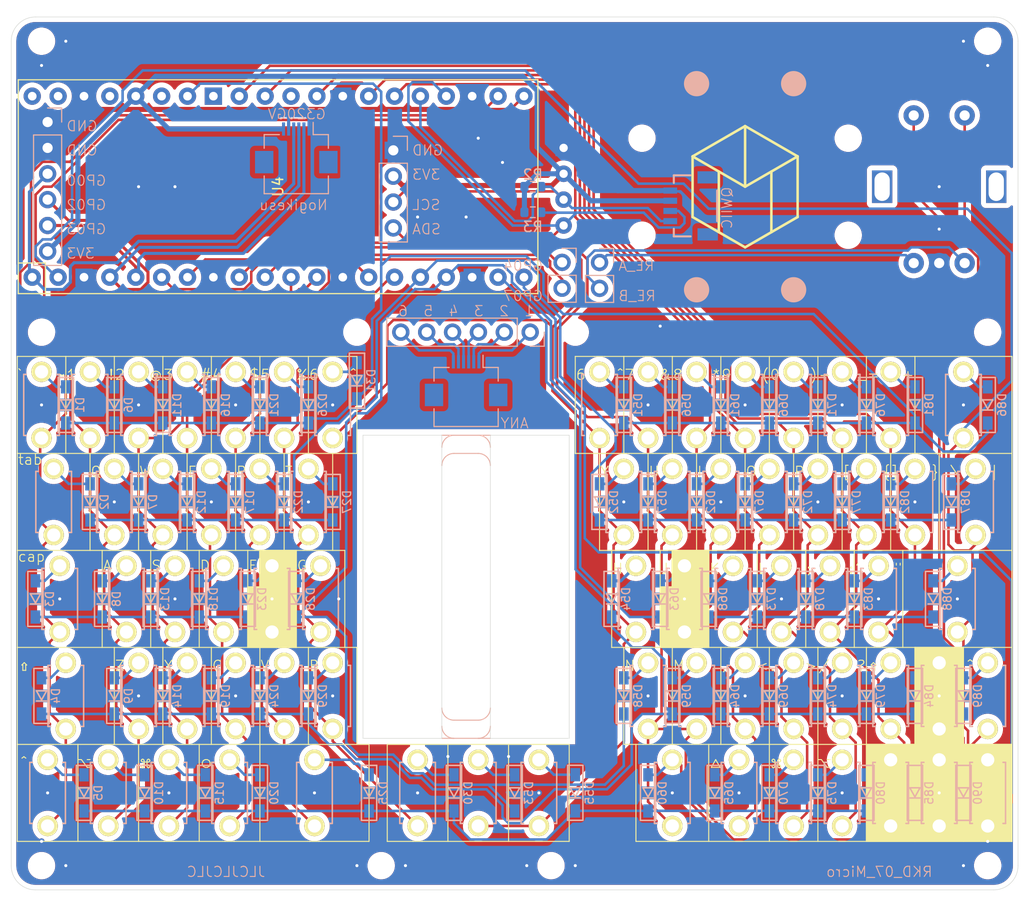
<source format=kicad_pcb>
(kicad_pcb (version 20241229) (generator "pcbnew") (generator_version "9.0")
  (layers (0 "F.Cu" signal) (2 "B.Cu" signal) (13 "F.Paste" user) (15 "B.Paste" user) (5 "F.SilkS" user "F.Silkscreen") (7 "B.SilkS" user "B.Silkscreen") (1 "F.Mask" user) (3 "B.Mask" user) (25 "Edge.Cuts" user))
  (net 0 "")
  (net 1 "Net-(D1-A)")
  (net 2 "Net-(D2-A)")
  (net 3 "Net-(D3-A)")
  (net 4 "Net-(D4-A)")
  (net 5 "Net-(D5-A)")
  (net 6 "Net-(D6-A)")
  (net 7 "Net-(D7-A)")
  (net 8 "Net-(D8-A)")
  (net 9 "Net-(D9-A)")
  (net 10 "Net-(D10-A)")
  (net 11 "Net-(D11-A)")
  (net 12 "Net-(D12-A)")
  (net 13 "Net-(D13-A)")
  (net 14 "Net-(D14-A)")
  (net 15 "Net-(D15-A)")
  (net 16 "Net-(D16-A)")
  (net 17 "Net-(D17-A)")
  (net 18 "Net-(D18-A)")
  (net 19 "Net-(D19-A)")
  (net 20 "Net-(D20-A)")
  (net 21 "Net-(D21-A)")
  (net 22 "Net-(D22-A)")
  (net 23 "Net-(D23-A)")
  (net 24 "Net-(D24-A)")
  (net 25 "Net-(D25-A)")
  (net 26 "Net-(D26-A)")
  (net 27 "Net-(D27-A)")
  (net 28 "Net-(D28-A)")
  (net 29 "Net-(D29-A)")
  (net 30 "Net-(D30-A)")
  (net 31 "Net-(D51-A)")
  (net 32 "Net-(D52-A)")
  (net 33 "Net-(D53-A)")
  (net 34 "Net-(D54-A)")
  (net 35 "Net-(D55-A)")
  (net 36 "Net-(D56-A)")
  (net 37 "Net-(D57-A)")
  (net 38 "Net-(D58-A)")
  (net 39 "Net-(D59-A)")
  (net 40 "Net-(D60-A)")
  (net 41 "Net-(D61-A)")
  (net 42 "Net-(D62-A)")
  (net 43 "Net-(D63-A)")
  (net 44 "Net-(D64-A)")
  (net 45 "Net-(D65-A)")
  (net 46 "Net-(D66-A)")
  (net 47 "Net-(D67-A)")
  (net 48 "Net-(D68-A)")
  (net 49 "Net-(D69-A)")
  (net 50 "Net-(D70-A)")
  (net 51 "COL0_R")
  (net 52 "COL1_R")
  (net 53 "ROW0_R")
  (net 54 "ROW1_R")
  (net 55 "ROW2_R")
  (net 56 "SDA{slash}SCK_R")
  (net 57 "SCL{slash}TX_R")
  (net 58 "ROW3_R")
  (net 59 "ROW4_R")
  (net 60 "GND_R")
  (net 61 "3v3_R")
  (net 62 "VCC_R")
  (net 63 "COL6_R")
  (net 64 "COL7_R")
  (net 65 "COL8_R")
  (net 66 "COL9_R")
  (net 67 "COL10_R")
  (net 68 "COL11_R")
  (net 69 "COL12_R")
  (net 70 "COL13_R")
  (net 71 "Net-(D71-A)")
  (net 72 "Net-(D72-A)")
  (net 73 "Net-(D73-A)")
  (net 74 "COL5_R")
  (net 75 "COL4_R")
  (net 76 "COL3_R")
  (net 77 "COL2_R")
  (net 78 "Net-(D31-A)")
  (net 79 "GP00_R")
  (net 80 "GP03_R")
  (net 81 "GP02_R")
  (net 84 "Net-(D88-A)")
  (net 85 "Net-(D90-A)")
  (net 86 "Net-(D89-A)")
  (net 87 "Net-(D87-A)")
  (net 88 "Net-(D86-A)")
  (net 89 "Net-(D85-A)")
  (net 90 "Net-(D84-A)")
  (net 91 "Net-(D83-A)")
  (net 92 "Net-(D82-A)")
  (net 93 "Net-(D81-A)")
  (net 94 "Net-(D80-A)")
  (net 95 "Net-(D79-A)")
  (net 96 "Net-(D78-A)")
  (net 97 "Net-(D77-A)")
  (net 98 "Net-(D76-A)")
  (net 99 "Net-(D75-A)")
  (net 100 "Net-(D74-A)")
  (net 106 "Net-(J1-Pin_4)")
  (net 107 "Net-(J1-Pin_6)")
  (net 108 "Net-(J1-Pin_1)")
  (net 109 "Net-(J1-Pin_3)")
  (net 110 "Net-(J1-Pin_2)")
  (net 111 "Net-(J1-Pin_5)")
  (net 112 "RE_B_R")
  (net 113 "RE_A_R")
  (net 114 "GP04_R")
  (net 115 "GP07_R")
  (footprint "Rikkodo_FootPrint:rkd_pushsw_2_1u" (layer "F.Cu") (at 42.862542 66.675)
    (property "Reference" "SW17" (hide yes))
    (property "Value" "SW_Push")
  )
  (footprint "kbd_Parts:Diode_SMD" (layer "F.Cu") (at 97.63125 95.25 90)
    (property "Reference" "D70")
    (property "Value" "D" (hide yes))
  )
  (footprint "kbd_Parts:Diode_SMD" (layer "F.Cu") (at 42.8625 57.15 90)
    (property "Reference" "D16")
    (property "Value" "D" (hide yes))
  )
  (footprint "kbd_Parts:Diode_SMD" (layer "F.Cu") (at 91.678121 76.2 90)
    (property "Reference" "D68")
    (property "Value" "D" (hide yes))
  )
  (footprint "kbd_Parts:Diode_SMD" (layer "F.Cu") (at 36.90941 76.200064 90)
    (property "Reference" "D13")
    (property "Value" "D" (hide yes))
  )
  (footprint "kbd_Parts:Diode_SMD" (layer "F.Cu") (at 97.631332 57.150048 90)
    (property "Reference" "D66")
    (property "Value" "D" (hide yes))
  )
  (footprint "Rikkodo_FootPrint:rkd_pushsw_2_1u" (layer "F.Cu") (at 50.006298 85.725072)
    (property "Reference" "SW24" (hide yes))
    (property "Value" "SW_Push")
  )
  (footprint "Rikkodo_FootPrint:rkd_pushsw_2_1.25u" (layer "F.Cu") (at 44.648481 95.25008)
    (property "Reference" "SW20" (hide yes))
    (property "Value" "SW_Push")
  )
  (footprint "Rikkodo_FootPrint:rkd_pushsw_2_2.25u" (layer "F.Cu") (at 116.085967 76.199952)
    (property "Reference" "SW88" (hide yes))
    (property "Value" "SW_Push")
  )
  (footprint "kbd_Parts:Diode_SMD" (layer "F.Cu") (at 80.962572 66.675056 90)
    (property "Reference" "D52")
    (property "Value" "D" (hide yes))
  )
  (footprint "kbd_Parts:Diode_SMD" (layer "F.Cu") (at 57.150048 54.76875 90)
    (property "Reference" "D31")
    (property "Value" "D" (hide yes))
  )
  (footprint "Rikkodo_FootPrint:rkd_pushsw_2_1u" (layer "F.Cu") (at 114.300028 95.250032)
    (property "Reference" "SW85" (hide yes))
    (property "Value" "SW_Push")
  )
  (footprint "kbd_Parts:Diode_SMD" (layer "F.Cu") (at 92.86875 57.15 90)
    (property "Reference" "D61")
    (property "Value" "D" (hide yes))
  )
  (footprint "kbd_Parts:Diode_SMD" (layer "F.Cu") (at 42.267223 95.25008 90)
    (property "Reference" "D15")
    (property "Value" "D" (hide yes))
  )
  (footprint "kbd_Parts:Diode_SMD" (layer "F.Cu") (at 92.86875 85.725 90)
    (property "Reference" "D64")
    (property "Value" "D" (hide yes))
  )
  (footprint "kbd_Parts:Diode_SMD" (layer "F.Cu") (at 25.598459 76.2 90)
    (property "Reference" "D3")
    (property "Value" "D" (hide yes))
  )
  (footprint "Rikkodo_FootPrint:rkd_pushsw_2_1u" (layer "F.Cu") (at 54.768802 85.725072)
    (property "Reference" "SW29" (hide yes))
    (property "Value" "SW_Push")
  )
  (footprint "Rikkodo_FootPrint:rkd_pushsw_2_1.25u" (layer "F.Cu") (at 32.742221 95.25008)
    (property "Reference" "SW10" (hide yes))
    (property "Value" "SW_Push")
  )
  (footprint "kbd_Parts:Diode_SMD" (layer "F.Cu") (at 38.1 57.15 90)
    (property "Reference" "D11")
    (property "Value" "D" (hide yes))
  )
  (footprint "Rikkodo_FootPrint:rkd_pushsw_2_1u" (layer "F.Cu") (at 30.956282 57.15)
    (property "Reference" "SW6" (hide yes))
    (property "Value" "SW_Push")
  )
  (footprint "kbd_Parts:Diode_SMD" (layer "F.Cu") (at 33.3375 85.725 90)
    (property "Reference" "D9")
    (property "Value" "D" (hide yes))
  )
  (footprint "kbd_Parts:Diode_SMD" (layer "F.Cu") (at 86.915621 76.2 90)
    (property "Reference" "D63")
    (property "Value" "D" (hide yes))
  )
  (footprint "Rikkodo_FootPrint:rkd_pushsw_2_1u" (layer "F.Cu") (at 44.053168 76.200064)
    (property "Reference" "SW18" (hide yes))
    (property "Value" "SW_Push")
  )
  (footprint "kbd_Parts:Diode_SMD" (layer "F.Cu") (at 26.19375 85.725 90)
    (property "Reference" "D4")
    (property "Value" "D" (hide yes))
  )
  (footprint "kbd_Parts:Diode_SMD" (layer "F.Cu") (at 52.3875 85.725 90)
    (property "Reference" "D29")
    (property "Value" "D" (hide yes))
  )
  (footprint "kbd_Parts:Diode_SMD" (layer "F.Cu") (at 104.775072 66.675056 90)
    (property "Reference" "D77")
    (property "Value" "D" (hide yes))
  )
  (footprint "Rikkodo_FootPrint:rkd_pushsw_2_1u" (layer "F.Cu") (at 35.718786 57.15)
    (property "Reference" "SW11" (hide yes))
    (property "Value" "SW_Push")
  )
  (footprint "kbd_Parts:Diode_SMD" (layer "F.Cu") (at 28.575 57.15 90)
    (property "Reference" "D1")
    (property "Value" "D" (hide yes))
  )
  (footprint "BrownSugar_KBD:OLED_center_display" (layer "F.Cu") (at 58.935984 35.71875 90)
    (property "Reference" "OL2")
    (property "Value" "OLED")
  )
  (footprint "Rikkodo_FootPrint:rkd_pushsw_2_1u" (layer "F.Cu") (at 45.243794 57.150048)
    (property "Reference" "SW21" (hide yes))
    (property "Value" "SW_Push")
  )
  (footprint "Rikkodo_FootPrint:rkd_pushsw_2_1u" (layer "F.Cu") (at 35.718786 85.725072)
    (property "Reference" "SW9" (hide yes))
    (property "Value" "SW_Push")
  )
  (footprint "kbd_Parts:Diode_SMD" (layer "F.Cu") (at 85.725072 95.25 90)
    (property "Reference" "D60")
    (property "Value" "D" (hide yes))
  )
  (footprint "Rikkodo_FootPrint:rkd_pushsw_2_1.25u" (layer "F.Cu") (at 94.654699 95.250032)
    (property "Reference" "SW65" (hide yes))
    (property "Value" "SW_Push")
  )
  (footprint "Rikkodo_FootPrint:rkd_RPi_Pico_TH_NODBG" (layer "F.Cu") (at 49.410984 35.71875 90)
    (property "Reference" "U4")
    (property "Value" "Pico")
  )
  (footprint "Rikkodo_FootPrint:rkd_pushsw_2_1u" (layer "F.Cu") (at 39.290664 76.200064)
    (property "Reference" "SW13" (hide yes))
    (property "Value" "SW_Push")
  )
  (footprint "kbd_Hole:m2_Screw_Hole" (layer "F.Cu") (at 26.193772 50.00625)
    (property "Reference" "Ref**")
    (property "Value" "Val**")
  )
  (footprint "Rikkodo_FootPrint:rkd_pushsw_2_1u" (layer "F.Cu") (at 100.012516 57.149952)
    (property "Reference" "SW71" (hide yes))
    (property "Value" "SW_Push")
  )
  (footprint "Rikkodo_FootPrint:rkd_pushsw_2_1u" (layer "F.Cu") (at 104.77502 57.149952)
    (property "Reference" "SW76" (hide yes))
    (property "Value" "SW_Push")
  )
  (footprint "kbd_Parts:Diode_SMD" (layer "F.Cu") (at 105.965621 76.2 90)
    (property "Reference" "D83")
    (property "Value" "D" (hide yes))
  )
  (footprint "Rikkodo_FootPrint:rkd_Guard_Screw_Hall" (layer "F.Cu") (at 55.364109 35.71875)
    (property "Reference" "Point1" (hide yes))
    (property "Value" "Guard_Screw_Hall" (hide yes))
  )
  (footprint "kbd_Parts:Diode_SMD" (layer "F.Cu") (at 107.15625 57.15 90)
    (property "Reference" "D76")
    (property "Value" "D" (hide yes))
  )
  (footprint "kbd_Hole:m2_Screw_Hole" (layer "F.Cu") (at 26.19375 21.43125)
    (property "Reference" "Ref**")
    (property "Value" "Val**")
  )
  (footprint "kbd_Hole:m2_Screw_Hole" (layer "F.Cu") (at 59.53125 102.39375)
    (property "Reference" "Ref**")
    (property "Value" "Val**")
  )
  (footprint "Rikkodo_FootPrint:rkd_pushsw_2_1u" (layer "F.Cu") (at 92.86876 66.675008)
    (property "Reference" "SW62" (hide yes))
    (property "Value" "SW_Push")
  )
  (footprint "kbd_Parts:Diode_SMD" (layer "F.Cu") (at 113.704783 76.200064 90)
    (property "Reference" "D88")
    (property "Value" "D" (hide yes))
  )
  (footprint "kbd_Parts:Diode_SMD" (layer "F.Cu") (at 41.671875 76.2 90)
    (property "Reference" "D18")
    (property "Value" "D" (hide yes))
  )
  (footprint "Rikkodo_FootPrint:rkd_pushsw_2_1u" (layer "F.Cu") (at 98.82189 76.199952)
    (property "Reference" "SW73" (hide yes))
    (property "Value" "SW_Push")
  )
  (footprint "Rikkodo_FootPrint:rkd_pushsw_2_1u" (layer "F.Cu") (at 40.48129 57.150048)
    (property "Reference" "SW16" (hide yes))
    (property "Value" "SW_Push")
  )
  (footprint "Rikkodo_FootPrint:rkd_pushsw_2_1.25u" (layer "F.Cu") (at 69.056153 95.249916)
    (property "Reference" "SW53" (hide yes))
    (property "Value" "SW_Push")
  )
  (footprint "kbd_Hole:m2_Screw_Hole" (layer "F.Cu") (at 67.865625 85.725 90)
    (property "Reference" "Ref**")
    (property "Value" "Val**")
  )
  (footprint "kbd_Parts:Diode_SMD" (layer "F.Cu") (at 116.681348 95.25008 90)
    (property "Reference" "D90")
    (property "Value" "D" (hide yes))
  )
  (footprint "Rikkodo_FootPrint:rkd_pushsw_2_1u" (layer "F.Cu") (at 109.537524 95.249952)
    (property "Reference" "SW80" (hide yes))
    (property "Value" "SW_Push")
  )
  (footprint "Rikkodo_FootPrint:rkd_pushsw_2_1u" (layer "F.Cu") (at 100.012516 85.724952)
    (property "Reference" "SW69" (hide yes))
    (property "Value" "SW_Push")
  )
  (footprint "Rikkodo_FootPrint:rkd_pushsw_2_1u" (layer "F.Cu") (at 80.9625 57.15)
    (property "Reference" "SW51" (hide yes))
    (property "Value" "SW_Push")
  )
  (footprint "kbd_Parts:Diode_SMD" (layer "F.Cu") (at 83.34375 57.15 90)
    (property "Reference" "D51")
    (property "Value" "D" (hide yes))
  )
  (footprint "Rikkodo_FootPrint:rkd_pushsw_2_1u" (layer "F.Cu") (at 40.48129 85.725072)
    (property "Reference" "SW14" (hide yes))
    (property "Value" "SW_Push")
  )
  (footprint "Rikkodo_FootPrint:rkd_pushsw_2_1u" (layer "F.Cu") (at 53.578176 76.200064)
    (property "Reference" "SW28" (hide yes))
    (property "Value" "SW_Push")
  )
  (footprint "kbd_Parts:Diode_SMD" (layer "F.Cu") (at 82.153194 76.200064 90)
    (property "Reference" "D54")
    (property "Value" "D" (hide yes))
  )
  (footprint "kbd_Parts:Diode_SMD" (layer "F.Cu") (at 85.725072 66.675056 90)
    (property "Reference" "D57")
    (property "Value" "D" (hide yes))
  )
  (footprint "Rikkodo_FootPrint:rkd_pushsw_2_1u" (layer "F.Cu") (at 119.062532 95.249952)
    (property "Reference" "SW90" (hide yes))
    (property "Value" "SW_Push")
  )
  (footprint "kbd_Parts:Diode_SMD" (layer "F.Cu") (at 100.012572 66.675056 90)
    (property "Reference" "D72")
    (property "Value" "D" (hide yes))
  )
  (footprint "kbd_Hole:m2_Screw_Hole" (layer "F.Cu") (at 76.2 102.39375)
    (property "Reference" "Ref**")
    (property "Value" "Val**")
  )
  (footprint "Rikkodo_FootPrint:rkd_pushsw_2_1.5u" (layer "F.Cu") (at 27.384404 66.675)
    (property "Reference" "SW2" (hide yes))
    (property "Value" "SW_Push")
  )
  (footprint "kbd_Parts:Diode_SMD" (layer "F.Cu") (at 101.203121 76.2 90)
    (property "Reference" "D78")
    (property "Value" "D" (hide yes))
  )
  (footprint "kbd_Parts:Diode_SMD" (layer "F.Cu") (at 83.34375 85.725 90)
    (property "Reference" "D58")
    (property "Value" "D" (hide yes))
  )
  (footprint "Rikkodo_FootPrint:rkd_pushsw_2_2u" (layer "F.Cu") (at 116.68128 57.149952)
    (property "Reference" "SW86" (hide yes))
    (property "Value" "SW_Push")
  )
  (footprint "kbd_Parts:Diode_SMD" (layer "F.Cu") (at 111.91875 57.15 90)
    (property "Reference" "D81")
    (property "Value" "D" (hide yes))
  )
  (footprint "Rikkodo_FootPrint:rkd_pushsw_2_1.25u" (layer "F.Cu") (at 63.10312 95.249996)
    (property "Reference" "SW30" (hide yes))
    (property "Value" "SW_Push")
  )
  (footprint "kbd_Hole:m2_Screw_Hole" (layer "F.Cu") (at 67.865625 64.29375 90)
    (property "Reference" "Ref**")
    (property "Value" "Val**")
  )
  (footprint "Rikkodo_FootPrint:rkd_pushsw_2_1u" (layer "F.Cu") (at 48.815672 76.2)
    (property "Reference" "SW23" (hide yes))
    (property "Value" "SW_Push")
  )
  (footprint "Rikkodo_FootPrint:rkd_pushsw_2_1u" (layer "F.Cu") (at 109.537524 85.724952)
    (property "Reference" "SW79" (hide yes))
    (property "Value" "SW_Push")
  )
  (footprint "kbd_Parts:Diode_SMD" (layer "F.Cu") (at 115.490722 66.675056 90)
    (property "Reference" "D87")
    (property "Value" "D" (hide yes))
  )
  (footprint "Rikkodo_FootPrint:rkd_pushsw_2_1.25u" (layer "F.Cu") (at 26.789091 95.25)
    (property "Reference" "SW5" (hide yes))
    (property "Value" "SW_Push")
  )
  (footprint "kbd_Parts:Diode_SMD" (layer "F.Cu") (at 111.91875 95.25 90)
    (property "Reference" "D85")
    (property "Value" "D" (hide yes))
  )
  (footprint "kbd_Parts:Diode_SMD" (layer "F.Cu") (at 96.440621 76.2 90)
    (property "Reference" "D73")
    (property "Value" "D" (hide yes))
  )
  (footprint "Rikkodo_FootPrint:rkd_pushsw_2_1u" (layer "F.Cu") (at 54.768802 57.150048)
    (property "Reference" "SW31" (hide yes))
    (property "Value" "SW_Push")
  )
  (footprint "kbd_Hole:m2_Screw_Hole" (layer "F.Cu") (at 26.19375 102.39375)
    (property "Reference" "Ref**")
    (property "Value" "Val**")
  )
  (footprint "kbd_Parts:Diode_SMD" (layer "F.Cu") (at 36.314093 95.25 90)
    (property "Reference" "D10")
    (property "Value" "D" (hide yes))
  )
  (footprint "kbd_Parts:Diode_SMD" (layer "F.Cu") (at 92.273515 95.25008 90)
    (property "Reference" "D65")
    (property "Value" "D" (hide yes))
  )
  (footprint "kbd_Parts:Diode_SMD" (layer "F.Cu") (at 102.39375 95.25 90)
    (property "Reference" "D75")
    (property "Value" "D" (hide yes))
  )
  (footprint "kbd_Parts:Diode_SMD" (layer "F.Cu") (at 38.100036 85.725072 90)
    (property "Reference" "D14")
    (property "Value" "D" (hide yes))
  )
  (footprint "kbd_Parts:Diode_SMD" (layer "F.Cu") (at 47.625 85.725 90)
    (property "Reference" "D24")
    (property "Value" "D" (hide yes))
  )
  (footprint "Rikkodo_FootPrint:rkd_pushsw_2_1u" (layer "F.Cu") (at 102.393768 66.675008)
    (property "Reference" "SW72" (hide yes))
    (property "Value" "SW_Push")
  )
  (footprint "Rikkodo_FootPrint:rkd_pushsw_2_1u" (layer "F.Cu") (at 45.243794 85.725072)
    (property "Reference" "SW19" (hide yes))
    (property "Value" "SW_Push")
  )
  (footprint "Rikkodo_FootPrint:rkd_pushsw_2_1u" (layer "F.Cu") (at 103.584394 76.200016)
    (property "Reference" "SW78" (hide yes))
    (property "Value" "SW_Push")
  )
  (footprint "Rikkodo_FootPrint:rkd_pushsw_2_1u" (layer "F.Cu") (at 52.38755 66.675056)
    (property "Reference" "SW27" (hide yes))
    (property "Value" "SW_Push")
  )
  (footprint "kbd_Parts:Diode_SMD" (layer "F.Cu") (at 35.71875 66.675 90)
    (property "Reference" "D7")
    (property "Value" "D" (hide yes))
  )
  (footprint "Rikkodo_FootPrint:rkd_pushsw_2_1u" (layer "F.Cu") (at 104.77502 95.250032)
    (property "Reference" "SW75" (hide yes))
    (property "Value" "SW_Push")
  )
  (footprint "Rikkodo_FootPrint:rkd_LOGO_2x" (layer "F.Cu") (at 95.25 35.71875)
    (property "Reference" "REF**" (hide yes))
    (property "Value" "rkd_LOGO_2x" (hide yes))
  )
  (footprint "kbd_Parts:Diode_SMD" (layer "F.Cu") (at 102.39375 85.725 90)
    (property "Reference" "D74")
    (property "Value" "D" (hide yes))
  )
  (footprint "Rikkodo_FootPrint:rkd_pushsw_2_1.5u" (layer "F.Cu") (at 117.871906 66.675008)
    (property "Reference" "SW87" (hide yes))
    (property "Value" "SW_Push")
  )
  (footprint "kbd_Parts:Diode_SMD" (layer "F.Cu") (at 119.0625 57.15 90)
    (property "Reference" "D86")
    (property "Value" "D" (hide yes))
  )
  (footprint "kbd_Parts:Diode_SMD" (layer "F.Cu") (at 107.15625 95.25 90)
    (property "Reference" "D80")
    (property "Value" "D" (hide yes))
  )
  (footprint "kbd_Parts:Diode_SMD" (layer "F.Cu") (at 78.581316 95.239141 90)
    (property "Reference" "D55")
    (property "Value" "D" (hide yes))
  )
  (footprint "Rikkodo_FootPrint:rkd_pushsw_2_1u" (layer "F.Cu") (at 107.156272 66.675008)
    (property "Reference" "SW77" (hide yes))
    (property "Value" "SW_Push")
  )
  (footprint "Rikkodo_FootPrint:rkd_pushsw_2_1u" (layer "F.Cu") (at 97.631264 66.675008)
    (property "Reference" "SW67" (hide yes))
    (property "Value" "SW_Push")
  )
  (footprint "kbd_Parts:Diode_SMD" (layer "F.Cu") (at 52.3875 57.15 90)
    (property "Reference" "D26")
    (property "Value" "D" (hide yes))
  )
  (footprint "kbd_Parts:Diode_SMD" (layer "F.Cu") (at 58.340625 95.25 90)
    (property "Reference" "D25")
    (property "Value" "D" (hide yes))
  )
  (footprint "Rikkodo_FootPrint:rkd_pushsw_2_1u" (layer "F.Cu") (at 33.337534 66.675056)
    (property "Reference" "SW7" (hide yes))
    (property "Value" "SW_Push")
  )
  (footprint "Rikkodo_FootPrint:rkd_pushsw_2_1.25u" (layer "F.Cu") (at 75.00938 95.249996)
    (property "Reference" "SW55" (hide yes))
    (property "Value" "SW_Push")
  )
  (footprint "kbd_Parts:Diode_SMD" (layer "F.Cu") (at 111.91875 85.725 90)
    (property "Reference" "D84")
    (property "Value" "D" (hide yes))
  )
  (footprint "Rikkodo_FootPrint:rkd_pushsw_2_2.25u" (layer "F.Cu") (at 52.982863 95.25008)
    (property "Reference" "SW25" (hide yes))
    (property "Value" "SW_Push")
  )
  (footprint "Rikkodo_FootPrint:rkd_pushsw_2_1.75u" (layer "F.Cu") (at 27.979717 76.2)
    (property "Reference" "SW3" (hide yes))
    (property "Value" "SW_Push")
  )
  (footprint "kbd_Parts:Diode_SMD" (layer "F.Cu") (at 40.481284 66.675056 90)
    (property "Reference" "D12")
    (property "Value" "D" (hide yes))
  )
  (footprint "Rikkodo_FootPrint:rkd_pushsw_2_1u" (layer "F.Cu") (at 83.343752 66.675008)
    (property "Reference" "SW52" (hide yes))
    (property "Value" "SW_Push")
  )
  (footprint "kbd_Parts:Diode_SMD" (layer "F.Cu") (at 66.675056 95.25008 90)
    (property "Reference" "D30")
    (property "Value" "D" (hide yes))
  )
  (footprint "Rikkodo_FootPrint:rkd_pushsw_2_1u" (layer "F.Cu") (at 100.012516 95.249952)
    (property "Reference" "SW70" (hide yes))
    (property "Value" "SW_Push")
  )
  (footprint "kbd_Parts:Diode_SMD" (layer "F.Cu") (at 95.250072 66.675056 90)
    (property "Reference" "D67")
    (property "Value" "D" (hide yes))
  )
  (footprint "Rikkodo_FootPrint:rkd_pushsw_2_1u" (layer "F.Cu") (at 84.534378 76.200016)
    (property "Reference" "SW54" (hide yes))
    (property "Value" "SW_Push")
  )
  (footprint "Rikkodo_FootPrint:rkd_pushsw_2_1u" (layer "F.Cu") (at 85.725004 57.149952)
    (property "Reference" "SW56" (hide yes))
    (property "Value" "SW_Push")
  )
  (footprint "kbd_Parts:Diode_SMD" (layer "F.Cu") (at 116.681348 85.725072 90)
    (property "Reference" "D89")
    (property "Value" "D" (hide yes))
  )
  (footprint "Rikkodo_FootPrint:rkd_pushsw_2_1u" (layer "F.Cu") (at 90.487508 57.149952)
    (property "Reference" "SW61" (hide yes))
    (property "Value" "SW_Push")
  )
  (footprint "Rikkodo_FootPrint:rkd_pushsw_2_1u" (layer "F.Cu") (at 104.77502 85.725024)
    (property "Reference" "SW74" (hide yes))
    (property "Value" "SW_Push")
  )
  (footprint "Rikkodo_FootPrint:rkd_pushsw_2_1u" (layer "F.Cu") (at 94.059386 76.200016)
    (property "Reference" "SW68" (hide yes))
    (property "Value" "SW_Push")
  )
  (footprint "Rikkodo_FootPrint:rkd_pushsw_2_1u" (layer "F.Cu") (at 114.300028 85.725024)
    (property "Reference" "SW84" (hide yes))
    (property "Value" "SW_Push")
  )
  (footprint "kbd_Parts:Diode_SMD" (layer "F.Cu") (at 30.360963 95.25 90)
    (property "Reference" "D5")
    (property "Value" "D" (hide yes))
  )
  (footprint "Rikkodo_FootPrint:rkd_pushsw_2_1u" (layer "F.Cu") (at 119.062532 85.724952)
    (property "Reference" "SW89" (hide yes))
    (property "Value" "SW_Push")
  )
  (footprint "kbd_Parts:Diode_SMD" (layer "F.Cu") (at 88.10625 57.15 90)
    (property "Reference" "D56")
    (property "Value" "D" (hide yes))
  )
  (footprint "kbd_Hole:m2_Screw_Hole" (layer "F.Cu") (at 78.58125 50.00625)
    (property "Reference" "Ref**")
    (property "Value" "Val**")
  )
  (footprint "Rikkodo_FootPrint:rkd_pushsw_2_1.5u" (layer "F.Cu") (at 88.106324 95.249952)
    (property "Reference" "SW60" (hide yes))
    (property "Value" "SW_Push")
  )
  (footprint "kbd_Parts:Diode_SMD" (layer "F.Cu") (at 30.95625 66.675 90)
    (property "Reference" "D2")
    (property "Value" "D" (hide yes))
  )
  (footprint "Rikkodo_FootPrint:rkd_pushsw_2_1u" (layer "F.Cu") (at 47.625046 66.675)
    (property "Reference" "SW22" (hide yes))
    (property "Value" "SW_Push")
  )
  (footprint "kbd_Parts:Diode_SMD" (layer "F.Cu") (at 46.434375 76.2 90)
    (property "Reference" "D23")
    (property "Value" "D" (hide yes))
  )
  (footprint "kbd_Hole:m2_Screw_Hole" (layer "F.Cu") (at 119.0625 102.39375)
    (property "Reference" "Ref**")
    (property "Value" "Val**")
  )
  (footprint "kbd_Parts:Diode_SMD" (layer "F.Cu") (at 33.3375 57.15 90)
    (property "Reference" "D6")
    (property "Value" "D" (hide yes))
  )
  (footprint "kbd_Hole:m2_Screw_Hole" (layer "F.Cu") (at 105.370401 40.481284)
    (property "Reference" "Ref**")
    (property "Value" "Val**")
  )
  (footprint "kbd_Hole:m2_Screw_Hole" (layer "F.Cu") (at 57.15 50.00625)
    (property "Reference" "Ref**")
    (property "Value" "Val**")
  )
  (footprint "Rikkodo_FootPrint:rkd_pushsw_2_1u" (layer "F.Cu") (at 111.918776 66.675008)
    (property "Reference" "SW82" (hide yes))
    (property "Value" "SW_Push")
  )
  (footprint "kbd_Parts:Diode_SMD" (layer "F.Cu") (at 102.39375 57.15 90)
    (property "Reference" "D71")
    (property "Value" "D" (hide yes))
  )
  (footprint "Rikkodo_FootPrint:rkd_pushsw_2_1u" (layer "F.Cu") (at 89.296882 76.200016)
    (property "Reference" "SW63" (hide yes))
    (property "Value" "SW_Push")
  )
  (footprint "kbd_Hole:m2_Screw_Hole" (layer "F.Cu") (at 119.0625 21.43125)
    (property "Reference" "Ref**")
    (property "Value" "Val**")
  )
  (footprint "kbd_Parts:Diode_SMD" (layer "F.Cu") (at 47.625 57.15 90)
    (property "Reference" "D21")
    (property "Value" "D" (hide yes))
  )
  (footprint "Rikkodo_FootPrint:rkd_pushsw_2_1u" (layer "F.Cu") (at 108.346898 76.199952)
    (property "Reference" "SW83" (hide yes))
    (property "Value" "SW_Push")
  )
  (footprint "kbd_Parts:Diode_SMD" (layer "F.Cu") (at 109.537572 66.675056 90)
    (property "Reference" "D82")
    (property "Value" "D" (hide yes))
  )
  (footprint "Rikkodo_FootPrint:rkd_pushsw_2_1u" (layer "F.Cu") (at 109.537524 57.149952)
    (property "Reference" "SW81" (hide yes))
    (property "Value" "SW_Push")
  )
  (footprint "Rikkodo_FootPrint:rkd_pushsw_2_1u" (layer "F.Cu") (at 90.487508 85.724952)
    (property "Reference" "SW59" (hide yes))
    (property "Value" "SW_Push")
  )
  (footprint "kbd_Parts:Diode_SMD" (layer "F.Cu") (at 107.15625 85.725 90)
    (property "Reference" "D79")
    (property "Value" "D" (hide yes))
  )
  (footprint "kbd_Parts:Diode_SMD" (layer "F.Cu") (at 88.10625 85.725 90)
    (property "Reference" "D59")
    (property "Value" "D" (hide yes))
  )
  (footprint "Rikkodo_FootPrint:rkd_pushsw_2_1.25u" (layer "F.Cu") (at 38.695351 95.25008)
    (property "Reference" "SW15" (hide yes))
    (property "Value" "SW_Push")
  )
  (footprint "kbd_Hole:m2_Screw_Hole" (layer "F.Cu") (at 119.0625 50.00625)
    (property "Reference" "Ref**")
    (property "Value" "Val**")
  )
  (footprint "Rikkodo_FootPrint:rkd_pushsw_2_2u" (layer "F.Cu") (at 28.57503 85.725)
    (property "Reference" "SW4" (hide yes))
    (property "Value" "SW_Push")
  )
  (footprint "Rikkodo_FootPrint:rkd_pushsw_2_1u" (layer "F.Cu") (at 34.52816 76.200064)
    (property "Reference" "SW8" (hide yes))
    (property "Value" "SW_Push")
  )
  (footprint "kbd_Parts:Diode_SMD" (layer "F.Cu") (at 90.487572 66.675056 90)
    (property "Reference" "D62")
    (property "Value" "D" (hide yes))
  )
  (footprint "kbd_Parts:Diode_SMD" (layer "F.Cu") (at 42.8625 85.725 90)
    (property "Reference" "D19")
    (property "Value" "D" (hide yes))
  )
  (footprint "kbd_Parts:Diode_SMD" (layer "F.Cu") (at 54.76875 66.675 90)
    (property "Reference" "D27")
    (property "Value" "D" (hide yes))
  )
  (footprint "BrownSugar_KBD:RotaryEncoder_EC11-Switch" (layer "F.Cu") (at 114.3 35.71875)
    (property "Reference" "SW49" (hide yes))
    (property "Value" "RotaryEncoder_Switch")
  )
  (footprint "Rikkodo_FootPrint:rkd_pushsw_2_1u" (layer "F.Cu") (at 95.250012 57.149952)
    (property "Reference" "SW66" (hide yes))
    (property "Value" "SW_Push")
  )
  (footprint "Rikkodo_FootPrint:rkd_pushsw_2_1u" (layer "F.Cu") (at 50.006298 57.15)
    (property "Reference" "SW26" (hide yes))
    (property "Value" "SW_Push")
  )
  (footprint "kbd_Parts:Diode_SMD" (layer "F.Cu") (at 45.24375 66.675 90)
    (property "Reference" "D17")
    (property "Value" "D" (hide yes))
  )
  (footprint "Rikkodo_FootPrint:rkd_pushsw_2_1u" (layer "F.Cu") (at 95.250012 85.725024)
    (property "Reference" "SW64" (hide yes))
    (property "Value" "SW_Push")
  )
  (footprint "Rikkodo_FootPrint:rkd_pushsw_2_1u" (layer "F.Cu") (at 85.725004 85.725024)
    (property "Reference" "SW58" (hide yes))
    (property "Value" "SW_Push")
  )
  (footprint "kbd_Parts:Diode_SMD" (layer "F.Cu") (at 32.146875 76.2 90)
    (property "Reference" "D8")
    (property "Value" "D" (hide yes))
  )
  (footprint "kbd_Parts:Diode_SMD" (layer "F.Cu") (at 50.00625 66.675 90)
    (property "Reference" "D22")
    (property "Value" "D" (hide yes))
  )
  (footprint "kbd_Parts:Diode_SMD" (layer "F.Cu") (at 47.625 95.25 90)
    (property "Reference" "D20")
    (property "Value" "D" (hide yes))
  )
  (footprint "Rikkodo_FootPrint:rkd_pushsw_2_1u" (layer "F.Cu") (at 38.100038 66.675)
    (property "Reference" "SW12" (hide yes))
    (property "Value" "SW_Push")
  )
  (footprint "kbd_Parts:Diode_SMD" (layer "F.Cu") (at 97.63125 85.725 90)
    (property "Reference" "D69")
    (property "Value" "D" (hide yes))
  )
  (footprint "kbd_Parts:Diode_SMD" (layer "F.Cu") (at 72.628186 95.25008 90)
    (property "Reference" "D53")
    (property "Value" "D" (hide yes))
  )
  (footprint "Rikkodo_FootPrint:rkd_pushsw_2_1u" (layer "F.Cu") (at 26.19375 57.15)
    (property "Reference" "SW1" (hide yes))
    (property "Value" "SW_Push")
  )
  (footprint "Rikkodo_FootPrint:rkd_pushsw_2_1u" (layer "F.Cu") (at 88.106256 66.675008)
    (property "Reference" "SW57" (hide yes))
    (property "Value" "SW_Push")
  )
  (footprint "kbd_Hole:m2_Screw_Hole" (layer "F.Cu") (at 105.370401 30.956276)
    (property "Reference" "Ref**")
    (property "Value" "Val**")
  )
  (footprint "kbd_Parts:Diode_SMD" (layer "F.Cu") (at 51.196875 76.2 90)
    (property "Reference" "D28")
    (property "Value" "D" (hide yes))
  )
  (footprint "Connector_PinHeader_2.54mm:PinHeader_1x04_P2.54mm_Vertical" (layer "B.Cu") (at 60.721875 32.146875 180)
    (property "Reference" "J3" (hide yes))
    (property "Value" "Conn_01x04")
  )
  (footprint "SparkFun-Connector:JST_SMD_1.0mm-4_Black" (layer "B.Cu") (at 87.903234 37.6 -90)
    (property "Reference" "J53")
    (property "Value" "Qwiic_RA")
  )
  (footprint "Connector_FFC-FPC:Hirose_FH12-6S-0.5SH_1x06-1MP_P0.50mm_Horizontal" (layer "B.Cu") (at 67.865625 54.76875 180)
    (property "Reference" "J1" (hide yes))
    (property "Value" "Conn_01x06")
  )
  (footprint "Resistor_SMD:R_0603_1608Metric" (layer "B.Cu") (at 74.414109 35.71875)
    (property "Reference" "R2")
    (property "Value" "1kΩ")
  )
  (footprint "Connector_PinHeader_2.54mm:PinHeader_1x06_P2.54mm_Vertical" (layer "B.Cu") (at 26.789132 29.36878 180)
    (property "Reference" "J9" (hide yes))
    (property "Value" "Conn_01x06")
  )
  (footprint "Resistor_SMD:R_0603_1608Metric" (layer "B.Cu") (at 74.414109 38.22875)
    (property "Reference" "R3")
    (property "Value" "1kΩ")
  )
  (footprint "Connector_PinHeader_2.54mm:PinHeader_1x02_P2.54mm_Vertical" (layer "B.Cu") (at 77.287287 43.147907 180)
    (property "Reference" "J4" (hide yes))
    (property "Value" "Conn_01x02")
  )
  (footprint "Connector_PinHeader_2.54mm:PinHeader_1x02_P2.54mm_Vertical" (layer "B.Cu") (at 80.962568 43.16012 180)
    (property "Reference" "J6" (hide yes))
    (property "Value" "Conn_01x02")
  )
  (footprint "Connector_PinHeader_2.54mm:PinHeader_1x06_P2.54mm_Vertical" (layer "B.Cu") (at 74.15604 50.006208 90)
    (property "Reference" "J2" (hide yes))
    (property "Value" "Conn_01x06")
  )
  (footprint "Connector_FFC-FPC:Hirose_FH12-6S-0.5SH_1x06-1MP_P0.50mm_Horizontal" (layer "B.Cu") (at 51.196965 31.902182 180)
    (property "Reference" "J5" (hide yes))
    (property "Value" "Conn_01x06")
  )
  (gr_rect (start 88.080992 71.437559) (end 91.678134 75.604753) (stroke (width 0.1)) (fill yes) (layer "F.SilkS"))
  (gr_rect (start 107.15634 90.487576) (end 111.918844 100.012584) (stroke (width 0.1)) (fill yes) (layer "F.SilkS"))
  (gr_line (start 77.985945 100.0125) (end 60.126555 100.0125) (stroke (width 0.1)) (layer "F.SilkS"))
  (gr_rect (start 111.918844 80.962568) (end 116.681348 90.487576) (stroke (width 0.1)) (fill yes) (layer "F.SilkS"))
  (gr_line (start 121.443608 52.387452) (end 121.443608 100.012452) (stroke (width 0.1)) (layer "F.SilkS"))
  (gr_rect (start 46.434414 75.009437) (end 51.196918 80.96257) (stroke (width 0.1)) (fill yes) (layer "F.SilkS"))
  (gr_line (start 55.959428 80.962568) (end 55.959428 71.43756) (stroke (width 0.1)) (layer "F.SilkS"))
  (gr_line (start 58.34068 100.0125) (end 23.812526 100.0125) (stroke (width 0.1)) (layer "F.SilkS"))
  (gr_line (start 77.985945 90.487492) (end 77.985945 100.0125) (stroke (width 0.1)) (layer "F.SilkS"))
  (gr_rect (start 86.91563 75.009387) (end 91.678134 80.96252) (stroke (width 0.1)) (fill yes) (layer "F.SilkS"))
  (gr_line (start 58.34068 100.01258) (end 58.34068 90.48758) (stroke (width 0.1)) (layer "F.SilkS"))
  (gr_rect (start 47.599776 71.437609) (end 51.196918 75.604803) (stroke (width 0.1)) (fill yes) (layer "F.SilkS"))
  (gr_line (start 57.150054 61.912552) (end 54.768802 61.912556) (stroke (width 0.1)) (layer "F.SilkS"))
  (gr_rect (start 116.681104 90.487444) (end 121.443608 100.012452) (stroke (width 0.1)) (fill yes) (layer "F.SilkS"))
  (gr_rect (start 111.918844 90.487576) (end 116.681348 100.012584) (stroke (width 0.1)) (fill yes) (layer "F.SilkS"))
  (gr_line (start 121.443608 100.012452) (end 84.534446 100.012456) (stroke (width 0.1)) (layer "F.SilkS"))
  (gr_line (start 54.768802 61.912556) (end 54.768802 71.437556) (stroke (width 0.1)) (layer "F.SilkS"))
  (gr_line (start 83.343678 90.487424) (end 84.534304 90.487424) (stroke (width 0.1)) (layer "F.SilkS"))
  (gr_line (start 57.150054 90.487568) (end 57.150054 80.962568) (stroke (width 0.1)) (layer "F.SilkS"))
  (gr_line (start 57.150054 61.912496) (end 57.150054 52.387544) (stroke (width 0.1)) (layer "F.SilkS"))
  (gr_line (start 82.153126 80.96252) (end 83.343752 80.96252) (stroke (width 0.1)) (layer "F.SilkS"))
  (gr_line (start 80.9625 71.437512) (end 82.153126 71.437512) (stroke (width 0.1)) (layer "F.SilkS"))
  (gr_line (start 80.9625 61.912504) (end 78.581248 61.912452) (stroke (width 0.1)) (layer "F.SilkS"))
  (gr_line (start 66.667285 61.9125) (end 69.05625 61.9125) (stroke (width 0.1)) (layer "B.SilkS"))
  (gr_arc (start 66.675 88.10625) (mid 65.833101 87.757524) (end 65.484375 86.915625) (stroke (width 0.1)) (layer "B.SilkS"))
  (gr_line (start 65.48443 89.892263) (end 70.246875 89.892263) (stroke (width 0.1)) (layer "B.SilkS"))
  (gr_arc (start 65.484375 63.103125) (mid 65.833101 62.261226) (end 66.675 61.9125) (stroke (width 0.1)) (layer "B.SilkS"))
  (gr_arc (start 70.24693 88.701637) (mid 69.898204 89.543536) (end 69.056305 89.892262) (stroke (width 0.1)) (layer "B.SilkS"))
  (gr_arc (start 70.246875 86.915625) (mid 69.898149 87.757524) (end 69.05625 88.10625) (stroke (width 0.1)) (layer "B.SilkS"))
  (gr_arc (start 69.056191 60.126511) (mid 69.89809 60.475237) (end 70.246816 61.317136) (stroke (width 0.1)) (layer "B.SilkS"))
  (gr_line (start 65.48443 60.126613) (end 70.246934 60.126613) (stroke (width 0.1)) (layer "B.SilkS"))
  (gr_arc (start 65.484316 61.317136) (mid 65.833042 60.475237) (end 66.674941 60.126511) (stroke (width 0.1)) (layer "B.SilkS"))
  (gr_circle (center 90.487496 25.598429) (end 89.29687 25.598429) (stroke (width 0.1)) (fill yes) (layer "B.SilkS"))
  (gr_circle (center 100.012584 45.839101) (end 101.20321 45.839101) (stroke (width 0.1)) (fill yes) (layer "B.SilkS"))
  (gr_arc (start 66.675055 89.892262) (mid 65.833156 89.543536) (end 65.48443 88.701637) (stroke (width 0.1)) (layer "B.SilkS"))
  (gr_circle (center 100.012504 25.598429) (end 98.821878 25.598429) (stroke (width 0.1)) (fill yes) (layer "B.SilkS"))
  (gr_arc (start 69.05625 61.9125) (mid 69.898149 62.261226) (end 70.246875 63.103125) (stroke (width 0.1)) (layer "B.SilkS"))
  (gr_circle (center 90.487576 45.839101) (end 91.678202 45.839101) (stroke (width 0.1)) (fill yes) (layer "B.SilkS"))
  (gr_line (start 69.063965 88.10625) (end 66.675 88.10625) (stroke (width 0.1)) (layer "B.SilkS"))
  (gr_line (start 57.745361 60.126613) (end 65.484375 60.126613) (stroke (width 0.05)) (layer "Edge.Cuts"))
  (gr_line (start 65.48443 89.892263) (end 57.745361 89.892263) (stroke (width 0.05)) (layer "Edge.Cuts"))
  (gr_line (start 23.217207 102.39375) (end 23.217207 21.43125) (stroke (width 0.05)) (layer "Edge.Cuts"))
  (gr_line (start 70.246994 89.892263) (end 77.986003 89.892263) (stroke (width 0.05)) (layer "Edge.Cuts"))
  (gr_arc (start 25.598457 104.775086) (mid 23.914659 104.077634) (end 23.217207 102.393836) (stroke (width 0.05)) (layer "Edge.Cuts"))
  (gr_line (start 77.986003 89.892263) (end 77.986003 60.126613) (stroke (width 0.05)) (layer "Edge.Cuts"))
  (gr_arc (start 119.657913 19.05) (mid 121.337035 19.742782) (end 122.039144 21.418026) (stroke (width 0.05)) (layer "Edge.Cuts"))
  (gr_arc (start 122.039165 102.393836) (mid 121.336213 104.083117) (end 119.642383 104.775037) (stroke (width 0.05)) (layer "Edge.Cuts"))
  (gr_line (start 122.039144 21.418026) (end 122.039165 102.393836) (stroke (width 0.05)) (layer "Edge.Cuts"))
  (gr_line (start 57.745361 89.892263) (end 57.745361 60.126613) (stroke (width 0.05)) (layer "Edge.Cuts"))
  (gr_arc (start 23.217207 21.431268) (mid 23.914659 19.74747) (end 25.598457 19.050018) (stroke (width 0.05)) (layer "Edge.Cuts"))
  (gr_line (start 65.484375 60.126613) (end 65.48443 89.892263) (stroke (width 0.05)) (layer "Edge.Cuts"))
  (gr_line (start 119.642383 104.775037) (end 25.598457 104.775085) (stroke (width 0.05)) (layer "Edge.Cuts"))
  (gr_line (start 70.246934 60.126613) (end 70.246994 89.892263) (stroke (width 0.05)) (layer "Edge.Cuts"))
  (gr_line (start 25.598457 19.05) (end 119.657913 19.05) (stroke (width 0.05)) (layer "Edge.Cuts"))
  (gr_line (start 77.986003 60.126613) (end 70.246934 60.126613) (stroke (width 0.05)) (layer "Edge.Cuts"))
  (gr_text "^" (at 83.343724 54.768754 0) (layer "F.SilkS") (effects (font (size 1 1) (thickness 0.1)) (justify right bottom)))
  (gr_text "1" (at 28.57506 54.768754 0) (layer "F.SilkS") (effects (font (size 1 1) (thickness 0.1)) (justify left bottom)))
  (gr_text "\\" (at 115.490625 64.293754 0) (layer "F.SilkS") (effects (font (size 1 1) (thickness 0.1)) (justify left bottom)))
  (gr_text "?" (at 107.15625 83.34375 0) (layer "F.SilkS") (effects (font (size 1 1) (thickness 0.1)) (justify right bottom)))
  (gr_text "/" (at 102.393776 83.34375 0) (layer "F.SilkS") (effects (font (size 1 1) (thickness 0.1)) (justify left bottom)))
  (gr_text "A" (at 32.146918 73.521206 0) (layer "F.SilkS") (effects (font (size 1 1) (thickness 0.1)) (justify left bottom)))
  (gr_text "$" (at 47.624986 54.768758 0) (layer "F.SilkS") (effects (font (size 1 1) (thickness 0.1)) (justify right bottom)))
  (gr_text "D" (at 41.671918 73.521206 0) (layer "F.SilkS") (effects (font (size 1 1) (thickness 0.1)) (justify left bottom)))
  (gr_text "*" (at 92.868732 54.768762 0) (layer "F.SilkS") (effects (font (size 1 1) (thickness 0.1)) (justify right bottom)))
  (gr_text "tab" (at 23.8125 63.103125 0) (layer "F.SilkS") (effects (font (size 1 1) (thickness 0.1)) (justify left bottom)))
  (gr_text "}" (at 114.299974 64.293754 0) (layer "F.SilkS") (effects (font (size 1 1) (thickness 0.1)) (justify right bottom)))
  (gr_text "I" (at 90.4875 64.29375 0) (layer "F.SilkS") (effects (font (size 1 1) (thickness 0.1)) (justify left bottom)))
  (gr_text "+" (at 111.918718 54.768766 0) (layer "F.SilkS") (effects (font (size 1 1) (thickness 0.1)) (justify right bottom)))
  (gr_text "○\n" (at 41.671875 92.86875 0) (layer "F.SilkS") (effects (font (size 1 1) (thickness 0.1)) (justify left bottom)))
  (gr_text "6" (at 78.58125 54.76875 0) (layer "F.SilkS") (effects (font (size 1 1) (thickness 0.1)) (justify left bottom)))
  (gr_text "⇧ " (at 107.15625 83.34375 0) (layer "F.SilkS") (effects (font (size 1 1) (thickness 0.1)) (justify left bottom)))
  (gr_text "V" (at 47.625044 83.34382 0) (layer "F.SilkS") (effects (font (size 1 1) (thickness 0.1)) (justify left bottom)))
  (gr_text "#" (at 42.862542 54.768806 0) (layer "F.SilkS") (effects (font (size 1 1) (thickness 0.1)) (justify right bottom)))
  (gr_text "C" (at 42.862544 83.34382 0) (layer "F.SilkS") (effects (font (size 1 1) (thickness 0.1)) (justify left bottom)))
  (gr_text "|" (at 120.253125 64.29375 0) (layer "F.SilkS") (effects (font (size 1 1) (thickness 0.1)) (justify right bottom)))
  (gr_text "⌥" (at 29.467944 92.868828 0) (layer "F.SilkS") (effects (font (size 1 1) (thickness 0.1)) (justify left bottom)))
  (gr_text "T" (at 50.00625 64.29375 0) (layer "F.SilkS") (effects (font (size 1 1) (thickness 0.1)) (justify left bottom)))
  (gr_text "9" (at 92.868792 54.768762 0) (layer "F.SilkS") (effects (font (size 1 1) (thickness 0.1)) (justify left bottom)))
  (gr_text "X" (at 38.100044 83.34382 0) (layer "F.SilkS") (effects (font (size 1 1) (thickness 0.1)) (justify left bottom)))
  (gr_text "N" (at 83.34382 83.34382 0) (layer "F.SilkS") (effects (font (size 1 1) (thickness 0.1)) (justify left bottom)))
  (gr_text "R" (at 45.24375 64.29375 0) (layer "F.SilkS") (effects (font (size 1 1) (thickness 0.1)) (justify left bottom)))
  (gr_text "^" (at 24.110136 92.868672 0) (layer "F.SilkS") (effects (font (size 1 1) (thickness 0.1)) (justify left bottom)))
  (gr_text "M" (at 88.10632 83.34382 0) (layer "F.SilkS") (effects (font (size 1 1) (thickness 0.1)) (justify left bottom)))
  (gr_text "4" (at 42.862512 54.768754 0) (layer "F.SilkS") (effects (font (size 1 1) (thickness 0.1)) (justify left bottom)))
  (gr_text "L" (at 96.440625 73.81875 0) (layer "F.SilkS") (effects (font (size 1 1) (thickness 0.1)) (justify left bottom)))
  (gr_text "@" (at 38.100008 54.768762 0) (layer "F.SilkS") (effects (font (size 1 1) (thickness 0.1)) (justify right bottom)))
  (gr_text "Y" (at 80.9625 64.29375 0) (layer "F.SilkS") (effects (font (size 1 1) (thickness 0.1)) (justify left bottom)))
  (gr_text "2" (at 33.337534 54.768758 0) (layer "F.SilkS") (effects (font (size 1 1) (thickness 0.1)) (justify left bottom)))
  (gr_text "Q" (at 30.95625 64.29375 0) (layer "F.SilkS") (effects (font (size 1 1) (thickness 0.1)) (justify left bottom)))
  (gr_text "8" (at 88.106258 54.768758 0) (layer "F.SilkS") (effects (font (size 1 1) (thickness 0.1)) (justify left bottom)))
  (gr_text "U" (at 85.725 64.29375 0) (layer "F.SilkS") (effects (font (size 1 1) (thickness 0.1)) (justify left bottom)))
  (gr_text "H" (at 82.153125 73.81875 0) (layer "F.SilkS") (effects (font (size 1 1) (thickness 0.1)) (justify left bottom)))
  (gr_text "{" (at 109.537474 64.293754 0) (layer "F.SilkS") (effects (font (size 1 1) (thickness 0.1)) (justify right bottom)))
  (gr_text "6" (at 52.38752 54.768762 0) (layer "F.SilkS") (effects (font (size 1 1) (thickness 0.1)) (justify left bottom)))
  (gr_text "!" (at 33.337534 54.768758 0) (layer "F.SilkS") (effects (font (size 1 1) (thickness 0.1)) (justify right bottom)))
  (gr_text "^" (at 116.978808 83.34375 0) (layer "F.SilkS") (effects (font (size 1 1) (thickness 0.1)) (justify left bottom)))
  (gr_text "." (at 97.631302 83.343742 0) (layer "F.SilkS") (effects (font (size 1 1) (thickness 0.1)) (justify left bottom)))
  (gr_text "⌘" (at 97.63125 92.86875 0) (layer "F.SilkS") (effects (font (size 1 1) (thickness 0.1)) (justify left bottom)))
  (gr_text ":" (at 105.965625 73.81875 0) (layer "F.SilkS") (effects (font (size 1 1) (thickness 0.1)) (justify right bottom)))
  (gr_text "⌘" (at 35.71877 92.86875 0) (layer "F.SilkS") (effects (font (size 1 1) (thickness 0.1)) (justify left bottom)))
  (gr_text "Z" (at 33.337544 83.34382 0) (layer "F.SilkS") (effects (font (size 1 1) (thickness 0.1)) (justify left bottom)))
  (gr_text "cap" (at 23.8125 72.628125 0) (layer "F.SilkS") (effects (font (size 1 1) (thickness 0.1)) (justify left bottom)))
  (gr_text "⌥" (at 102.096008 92.868672 0) (layer "F.SilkS") (effects (font (size 1 1) (thickness 0.1)) (justify left bottom)))
  (gr_text ">" (at 102.393776 83.343746 0) (layer "F.SilkS") (effects (font (size 1 1) (thickness 0.1)) (justify right bottom)))
  (gr_text "7" (at 83.343784 54.768754 0) (layer "F.SilkS") (effects (font (size 1 1) (thickness 0.1)) (justify left bottom)))
  (gr_text "-" (at 102.39377 54.768758 0) (layer "F.SilkS") (effects (font (size 1 1) (thickness 0.1)) (justify left bottom)))
  (gr_text "_" (at 107.156244 54.768762 0) (layer "F.SilkS") (effects (font (size 1 1) (thickness 0.1)) (justify right bottom)))
  (gr_text "J" (at 86.915625 73.81875 0) (layer "F.SilkS") (effects (font (size 1 1) (thickness 0.1)) (justify left bottom)))
  (gr_text "S" (at 36.909418 73.521206 0) (layer "F.SilkS") (effects (font (size 1 1) (thickness 0.1)) (justify left bottom)))
  (gr_text "0" (at 97.631236 54.768754 0) (layer "F.SilkS") (effects (font (size 1 1) (thickness 0.1)) (justify left bottom)))
  (gr_text "W" (at 35.71875 64.29375 0) (layer "F.SilkS") (effects (font (size 1 1) (thickness 0.1)) (justify left bottom)))
  (gr_text ";" (at 101.203151 73.818746 0) (layer "F.SilkS") (effects (font (size 1 1) (thickness 0.1)) (justify left bottom)))
  (gr_text "3" (at 38.100068 54.768762 0) (layer "F.SilkS") (effects (font (size 1 1) (thickness 0.1)) (justify left bottom)))
  (gr_text "F" (at 46.434418 73.521206 0) (layer "F.SilkS") (effects (font (size 1 1) (thickness 0.1)) (justify left bottom)))
  (gr_text "B" (at 52.387544 83.34382 0) (layer "F.SilkS") (effects (font (size 1 1) (thickness 0.1)) (justify left bottom)))
  (gr_text "E" (at 40.48125 64.29375 0) (layer "F.SilkS") (effects (font (size 1 1) (thickness 0.1)) (justify left bottom)))
  (gr_text "^" (at 57.149994 54.768766 0) (layer "F.SilkS") (effects (font (size 1 1) (thickness 0.1)) (justify right bottom)))
  (gr_text "O" (at 95.25 64.29375 0) (layer "F.SilkS") (effects (font (size 1 1) (thickness 0.1)) (justify left bottom)))
  (gr_text "{dblquote}" (at 110.728125 73.81875 0) (layer "F.SilkS") (effects (font (size 1 1) (thickness 0.1)) (justify right bottom)))
  (gr_text "K" (at 91.678125 73.81875 0) (layer "F.SilkS") (effects (font (size 1 1) (thickness 0.1)) (justify left bottom)))
  (gr_text ")" (at 102.39371 54.768758 0) (layer "F.SilkS") (effects (font (size 1 1) (thickness 0.1)) (justify right bottom)))
  (gr_text "'" (at 105.965651 73.818746 0) (layer "F.SilkS") (effects (font (size 1 1) (thickness 0.1)) (justify left bottom)))
  (gr_text "(" (at 97.631266 54.768806 0) (layer "F.SilkS") (effects (font (size 1 1) (thickness 0.1)) (justify right bottom)))
  (gr_text "~" (at 28.575 54.768754 0) (layer "F.SilkS") (effects (font (size 1 1) (thickness 0.1)) (justify right bottom)))
  (gr_text "[" (at 104.775 64.29375 0) (layer "F.SilkS") (effects (font (size 1 1) (thickness 0.1)) (justify left bottom)))
  (gr_text "G" (at 51.196918 73.521206 0) (layer "F.SilkS") (effects (font (size 1 1) (thickness 0.1)) (justify left bottom)))
  (gr_text "`" (at 23.812526 54.76875 0) (layer "F.SilkS") (effects (font (size 1 1) (thickness 0.1)) (justify left bottom)))
  (gr_text "⇧ " (at 23.81252 83.34382 0) (layer "F.SilkS") (effects (font (size 1 1) (thickness 0.1)) (justify left bottom)))
  (gr_text "△\n" (at 91.678125 92.86875 0) (layer "F.SilkS") (effects (font (size 1 1) (thickness 0.1)) (justify left bottom)))
  (gr_text "<" (at 97.631242 83.343742 0) (layer "F.SilkS") (effects (font (size 1 1) (thickness 0.1)) (justify right bottom)))
  (gr_text "%" (at 52.38752 54.768762 0) (layer "F.SilkS") (effects (font (size 1 1) (thickness 0.1)) (justify right bottom)))
  (gr_text "]" (at 109.5375 64.29375 0) (layer "F.SilkS") (effects (font (size 1 1) (thickness 0.1)) (justify left bottom)))
  (gr_text "&" (at 88.106258 54.768758 0) (layer "F.SilkS") (effects (font (size 1 1) (thickness 0.1)) (justify right bottom)))
  (gr_text "," (at 92.868768 83.343738 0) (layer "F.SilkS") (effects (font (size 1 1) (thickness 0.1)) (justify left bottom)))
  (gr_text "=" (at 107.156244 54.768762 0) (layer "F.SilkS") (effects (font (size 1 1) (thickness 0.1)) (justify left bottom)))
  (gr_text "P" (at 100.0125 64.29375 0) (layer "F.SilkS") (effects (font (size 1 1) (thickness 0.1)) (justify left bottom)))
  (gr_text "5" (at 47.625046 54.768758 0) (layer "F.SilkS") (effects (font (size 1 1) (thickness 0.1)) (justify left bottom)))
  (gr_text "SCL" (at 62.507865 37.504719 0) (layer "B.SilkS") (effects (font (size 1 1) (thickness 0.1)) (justify right mirror)))
  (gr_text "1  2  3  4  5  6" (at 67.865568 48.517928 0) (layer "B.SilkS") (effects (font (size 1 1) (thickness 0.1)) (justify bottom mirror)))
  (gr_text "RKD_07_Micro" (at 113.704783 103.584462 0) (layer "B.SilkS") (effects (font (size 1 1) (thickness 0.1)) (justify left bottom mirror)))
  (gr_text "RE_A" (at 82.748507 44.053162 0) (layer "B.SilkS") (effects (font (size 1 1) (thickness 0.1)) (justify right bottom mirror)))
  (gr_text "RE_B" (at 82.748507 47.029727 0) (layer "B.SilkS") (effects (font (size 1 1) (thickness 0.1)) (justify right bottom mirror)))
  (gr_text "3V3\n" (at 28.575071 42.267223 0) (layer "B.SilkS") (effects (font (size 1 1) (thickness 0.1)) (justify right mirror)))
  (gr_text "GND" (at 28.575071 32.146902 0) (layer "B.SilkS") (effects (font (size 1 1) (thickness 0.1)) (justify right mirror)))
  (gr_text "3V3" (at 62.507865 34.528154 0) (layer "B.SilkS") (effects (font (size 1 1) (thickness 0.1)) (justify right mirror)))
  (gr_text "GND" (at 62.507865 32.146902 0) (layer "B.SilkS") (effects (font (size 1 1) (thickness 0.1)) (justify right mirror)))
  (gr_text "JLCJLCJLC" (at 48.220353 103.584462 0) (layer "B.SilkS") (effects (font (size 1 1) (thickness 0.1)) (justify left bottom mirror)))
  (gr_text "ANY" (at 72.628186 59.5313 0) (layer "B.SilkS") (effects (font (size 1 1) (thickness 0.1)) (justify bottom mirror)))
  (gr_text "GP07" (at 71.43756 47.029727 0) (layer "B.SilkS") (effects (font (size 1 1) (thickness 0.1)) (justify right bottom mirror)))
  (gr_text "GP04" (at 71.43756 44.053162 0) (layer "B.SilkS") (effects (font (size 1 1) (thickness 0.1)) (justify right bottom mirror)))
  (gr_text "GP02" (at 28.575071 37.504719 0) (layer "B.SilkS") (effects (font (size 1 1) (thickness 0.1)) (justify right mirror)))
  (gr_text "G320GV" (at 54.17353 29.170337 0) (layer "B.SilkS") (effects (font (size 1 1) (thickness 0.1)) (justify left bottom mirror)))
  (gr_text "SDA" (at 62.507865 39.885971 0) (layer "B.SilkS") (effects (font (size 1 1) (thickness 0.1)) (justify right mirror)))
  (gr_text "GP00" (at 28.575071 35.123467 0) (layer "B.SilkS") (effects (font (size 1 1) (thickness 0.1)) (justify right mirror)))
  (gr_text "Nogikesu" (at 54.346965 38.100032 0) (layer "B.SilkS") (effects (font (size 1 1) (thickness 0.1)) (justify left bottom mirror)))
  (gr_text "GP03" (at 28.575071 39.885971 0) (layer "B.SilkS") (effects (font (size 1 1) (thickness 0.1)) (justify right mirror)))
  (gr_text "GND" (at 28.575071 29.76565 0) (layer "B.SilkS") (effects (font (size 1 1) (thickness 0.1)) (justify right mirror)))
  (gr_text "QWIIC" (at 94.059296 37.802312 90) (layer "B.SilkS") (effects (font (size 1 1) (thickness 0.1)) (justify bottom mirror)))
  (segment (start 27.66875 55.375) (end 28.575 55.375) (width 0.25) (layer "B.Cu") (net 1))
  (segment (start 26.19375 53.9) (end 27.66875 55.375) (width 0.25) (layer "B.Cu") (net 1))
  (segment (start 28.859404 64.9) (end 30.95625 64.9) (width 0.25) (layer "B.Cu") (net 2))
  (segment (start 27.384404 63.425) (end 28.859404 64.9) (width 0.25) (layer "B.Cu") (net 2))
  (segment (start 26.504717 74.425) (end 25.598459 74.425) (width 0.25) (layer "B.Cu") (net 3))
  (segment (start 27.979717 72.95) (end 26.504717 74.425) (width 0.25) (layer "B.Cu") (net 3))
  (segment (start 26.19375 83.95) (end 27.10003 83.95) (width 0.25) (layer "B.Cu") (net 4))
  (segment (start 27.10003 83.95) (end 28.57503 82.475) (width 0.25) (layer "B.Cu") (net 4))
  (segment (start 26.789091 92) (end 28.264091 93.475) (width 0.25) (layer "B.Cu") (net 5))
  (segment (start 28.264091 93.475) (end 30.360963 93.475) (width 0.25) (layer "B.Cu") (net 5))
  (segment (start 32.431282 55.375) (end 33.3375 55.375) (width 0.25) (layer "B.Cu") (net 6))
  (segment (start 30.956282 53.9) (end 32.431282 55.375) (width 0.25) (layer "B.Cu") (net 6))
  (segment (start 33.337534 63.425056) (end 34.812478 64.9) (width 0.25) (layer "B.Cu") (net 7))
  (segment (start 34.812478 64.9) (end 35.71875 64.9) (width 0.25) (layer "B.Cu") (net 7))
  (segment (start 33.053224 74.425) (end 34.52816 72.950064) (width 0.25) (layer "B.Cu") (net 8))
  (segment (start 32.146875 74.425) (end 33.053224 74.425) (width 0.25) (layer "B.Cu") (net 8))
  (segment (start 33.3375 83.95) (end 34.243858 83.95) (width 0.25) (layer "B.Cu") (net 9))
  (segment (start 34.243858 83.95) (end 35.718786 82.475072) (width 0.25) (layer "B.Cu") (net 9))
  (segment (start 32.742221 92.00008) (end 34.217141 93.475) (width 0.25) (layer "B.Cu") (net 10))
  (segment (start 34.217141 93.475) (end 36.314093 93.475) (width 0.25) (layer "B.Cu") (net 10))
  (segment (start 37.193786 55.375) (end 38.1 55.375) (width 0.25) (layer "B.Cu") (net 11))
  (segment (start 35.718786 53.9) (end 37.193786 55.375) (width 0.25) (layer "B.Cu") (net 11))
  (segment (start 38.100038 63.425) (end 39.575094 64.900056) (width 0.25) (layer "B.Cu") (net 12))
  (segment (start 39.575094 64.900056) (end 40.481284 64.900056) (width 0.25) (layer "B.Cu") (net 12))
  (segment (start 36.90941 74.425064) (end 37.815664 74.425064) (width 0.25) (layer "B.Cu") (net 13))
  (segment (start 37.815664 74.425064) (end 39.290664 72.950064) (width 0.25) (layer "B.Cu") (net 13))
  (segment (start 39.00629 83.950072) (end 40.48129 82.475072) (width 0.25) (layer "B.Cu") (net 14))
  (segment (start 38.100036 83.950072) (end 39.00629 83.950072) (width 0.25) (layer "B.Cu") (net 14))
  (segment (start 40.170351 93.47508) (end 42.267223 93.47508) (width 0.25) (layer "B.Cu") (net 15))
  (segment (start 38.695351 92.00008) (end 40.170351 93.47508) (width 0.25) (layer "B.Cu") (net 15))
  (segment (start 40.48129 53.900048) (end 41.956242 55.375) (width 0.25) (layer "B.Cu") (net 16))
  (segment (start 41.956242 55.375) (end 42.8625 55.375) (width 0.25) (layer "B.Cu") (net 16))
  (segment (start 42.862542 63.425) (end 44.337542 64.9) (width 0.25) (layer "B.Cu") (net 17))
  (segment (start 44.337542 64.9) (end 45.24375 64.9) (width 0.25) (layer "B.Cu") (net 17))
  (segment (start 41.671875 74.425) (end 42.578232 74.425) (width 0.25) (layer "B.Cu") (net 18))
  (segment (start 42.578232 74.425) (end 44.053168 72.950064) (width 0.25) (layer "B.Cu") (net 18))
  (segment (start 43.768866 83.95) (end 45.243794 82.475072) (width 0.25) (layer "B.Cu") (net 19))
  (segment (start 42.8625 83.95) (end 43.768866 83.95) (width 0.25) (layer "B.Cu") (net 19))
  (segment (start 44.648481 92.00008) (end 46.123401 93.475) (width 0.25) (layer "B.Cu") (net 20))
  (segment (start 46.123401 93.475) (end 47.625 93.475) (width 0.25) (layer "B.Cu") (net 20))
  (segment (start 46.718746 55.375) (end 47.625 55.375) (width 0.25) (layer "B.Cu") (net 21))
  (segment (start 45.243794 53.900048) (end 46.718746 55.375) (width 0.25) (layer "B.Cu") (net 21))
  (segment (start 47.625046 63.425) (end 49.100046 64.9) (width 0.25) (layer "B.Cu") (net 22))
  (segment (start 49.100046 64.9) (end 50.00625 64.9) (width 0.25) (layer "B.Cu") (net 22))
  (segment (start 46.434375 74.425) (end 47.340672 74.425) (width 0.25) (layer "B.Cu") (net 23))
  (segment (start 47.340672 74.425) (end 48.815672 72.95) (width 0.25) (layer "B.Cu") (net 23))
  (segment (start 47.625 83.95) (end 48.53137 83.95) (width 0.25) (layer "B.Cu") (net 24))
  (segment (start 48.53137 83.95) (end 50.006298 82.475072) (width 0.25) (layer "B.Cu") (net 24))
  (segment (start 57.261624 92.395999) (end 58.340625 93.475) (width 0.25) (layer "B.Cu") (net 25))
  (segment (start 52.982863 92.00008) (end 56.501662 92.00008) (width 0.25) (layer "B.Cu") (net 25))
  (segment (start 56.897581 92.395999) (end 57.261624 92.395999) (width 0.25) (layer "B.Cu") (net 25))
  (segment (start 56.501662 92.00008) (end 56.897581 92.395999) (width 0.25) (layer "B.Cu") (net 25))
  (segment (start 50.006298 53.9) (end 51.481298 55.375) (width 0.25) (layer "B.Cu") (net 26))
  (segment (start 51.481298 55.375) (end 52.3875 55.375) (width 0.25) (layer "B.Cu") (net 26))
  (segment (start 53.862494 64.9) (end 54.76875 64.9) (width 0.25) (layer "B.Cu") (net 27))
  (segment (start 52.38755 63.425056) (end 53.862494 64.9) (width 0.25) (layer "B.Cu") (net 27))
  (segment (start 52.10324 74.425) (end 53.578176 72.950064) (width 0.25) (layer "B.Cu") (net 28))
  (segment (start 51.196875 74.425) (end 52.10324 74.425) (width 0.25) (layer "B.Cu") (net 28))
  (segment (start 53.293874 83.95) (end 54.768802 82.475072) (width 0.25) (layer "B.Cu") (net 29))
  (segment (start 52.3875 83.95) (end 53.293874 83.95) (width 0.25) (layer "B.Cu") (net 29))
  (segment (start 63.10312 91.999996) (end 64.578204 93.47508) (width 0.25) (layer "B.Cu") (net 30))
  (segment (start 64.578204 93.47508) (end 66.675056 93.47508) (width 0.25) (layer "B.Cu") (net 30))
  (segment (start 82.4375 55.375) (end 83.34375 55.375) (width 0.25) (layer "B.Cu") (net 31))
  (segment (start 80.9625 53.9) (end 82.4375 55.375) (width 0.25) (layer "B.Cu") (net 31))
  (segment (start 80.962572 64.900056) (end 81.868704 64.900056) (width 0.25) (layer "B.Cu") (net 32))
  (segment (start 81.868704 64.900056) (end 83.343752 63.425008) (width 0.25) (layer "B.Cu") (net 32))
  (segment (start 70.531317 93.47508) (end 72.628186 93.47508) (width 0.25) (layer "B.Cu") (net 33))
  (segment (start 69.056153 91.999916) (end 70.531317 93.47508) (width 0.25) (layer "B.Cu") (net 33))
  (segment (start 83.05933 74.425064) (end 84.534378 72.950016) (width 0.3) (layer "B.Cu") (net 34))
  (segment (start 82.153194 74.425064) (end 83.05933 74.425064) (width 0.3) (layer "B.Cu") (net 34))
  (segment (start 76.473525 93.464141) (end 78.581316 93.464141) (width 0.25) (layer "B.Cu") (net 35))
  (segment (start 75.00938 91.999996) (end 76.473525 93.464141) (width 0.25) (layer "B.Cu") (net 35))
  (segment (start 85.725004 53.899952) (end 87.200052 55.375) (width 0.25) (layer "B.Cu") (net 36))
  (segment (start 87.200052 55.375) (end 88.10625 55.375) (width 0.25) (layer "B.Cu") (net 36))
  (segment (start 85.725072 64.900056) (end 86.631208 64.900056) (width 0.25) (layer "B.Cu") (net 37))
  (segment (start 86.631208 64.900056) (end 88.106256 63.425008) (width 0.25) (layer "B.Cu") (net 37))
  (segment (start 84.250028 83.95) (end 85.725004 82.475024) (width 0.25) (layer "B.Cu") (net 38))
  (segment (start 83.34375 83.95) (end 84.250028 83.95) (width 0.25) (layer "B.Cu") (net 38))
  (segment (start 88.10625 83.95) (end 89.01246 83.95) (width 0.25) (layer "B.Cu") (net 39))
  (segment (start 89.01246 83.95) (end 90.487508 82.474952) (width 0.25) (layer "B.Cu") (net 39))
  (segment (start 118.577 42.482692) (end 116.8 40.705692) (width 0.25) (layer "F.Cu") (net 40))
  (segment (start 115.036428 100.27669) (end 116.68125 98.631868) (width 0.25) (layer "F.Cu") (net 40))
  (segment (start 118.577 45.72925) (end 118.577 42.482692) (width 0.25) (layer "F.Cu") (net 40))
  (segment (start 88.981324 92.553202) (end 88.981324 95.339715) (width 0.25) (layer "F.Cu") (net 40))
  (segment (start 114.759967 49.546283) (end 118.577 45.72925) (width 0.25) (layer "F.Cu") (net 40))
  (segment (start 116.68125 89.84969) (end 116.077028 89.245468) (width 0.25) (layer "F.Cu") (net 40))
  (segment (start 88.428074 91.999952) (end 88.981324 92.553202) (width 0.25) (layer "F.Cu") (net 40))
  (segment (start 88.106324 91.999952) (end 88.428074 91.999952) (width 0.25) (layer "F.Cu") (net 40))
  (segment (start 116.077028 81.316261) (end 114.759967 79.9992) (width 0.25) (layer "F.Cu") (net 40))
  (segment (start 116.8 40.705692) (end 116.8 28.71875) (width 0.25) (layer "F.Cu") (net 40))
  (segment (start 116.077028 89.245468) (end 116.077028 81.316261) (width 0.25) (layer "F.Cu") (net 40))
  (segment (start 116.68125 98.631868) (end 116.68125 89.84969) (width 0.25) (layer "F.Cu") (net 40))
  (segment (start 88.981324 95.339715) (end 93.918299 100.27669) (width 0.25) (layer "F.Cu") (net 40))
  (segment (start 114.759967 79.9992) (end 114.759967 49.546283) (width 0.25) (layer "F.Cu") (net 40))
  (segment (start 93.918299 100.27669) (end 115.036428 100.27669) (width 0.25) (layer "F.Cu") (net 40))
  (segment (start 85.725072 93.475) (end 86.631276 93.475) (width 0.25) (layer "B.Cu") (net 40))
  (segment (start 86.631276 93.475) (end 88.106324 91.999952) (width 0.25) (layer "B.Cu") (net 40))
  (segment (start 90.487508 53.899952) (end 91.962556 55.375) (width 0.25) (layer "B.Cu") (net 41))
  (segment (start 91.962556 55.375) (end 92.86875 55.375) (width 0.25) (layer "B.Cu") (net 41))
  (segment (start 91.393712 64.900056) (end 92.86876 63.425008) (width 0.25) (layer "B.Cu") (net 42))
  (segment (start 90.487572 64.900056) (end 91.393712 64.900056) (width 0.25) (layer "B.Cu") (net 42))
  (segment (start 87.821898 74.425) (end 89.296882 72.950016) (width 0.25) (layer "B.Cu") (net 43))
  (segment (start 86.915621 74.425) (end 87.821898 74.425) (width 0.25) (layer "B.Cu") (net 43))
  (segment (start 92.86875 83.95) (end 93.775036 83.95) (width 0.25) (layer "B.Cu") (net 44))
  (segment (start 93.775036 83.95) (end 95.250012 82.475024) (width 0.25) (layer "B.Cu") (net 44))
  (segment (start 92.273515 93.47508) (end 93.179651 93.47508) (width 0.25) (layer "B.Cu") (net 45))
  (segment (start 93.179651 93.47508) (end 94.654699 92.000032) (width 0.25) (layer "B.Cu") (net 45))
  (segment (start 96.725108 55.375048) (end 97.631332 55.375048) (width 0.25) (layer "B.Cu") (net 46))
  (segment (start 95.250012 53.899952) (end 96.725108 55.375048) (width 0.25) (layer "B.Cu") (net 46))
  (segment (start 95.250072 64.900056) (end 96.156216 64.900056) (width 0.25) (layer "B.Cu") (net 47))
  (segment (start 96.156216 64.900056) (end 97.631264 63.425008) (width 0.25) (layer "B.Cu") (net 47))
  (segment (start 92.584402 74.425) (end 94.059386 72.950016) (width 0.25) (layer "B.Cu") (net 48))
  (segment (start 91.678121 74.425) (end 92.584402 74.425) (width 0.25) (layer "B.Cu") (net 48))
  (segment (start 98.537468 83.95) (end 100.012516 82.474952) (width 0.25) (layer "B.Cu") (net 49))
  (segment (start 97.63125 83.95) (end 98.537468 83.95) (width 0.25) (layer "B.Cu") (net 49))
  (segment (start 97.63125 93.475) (end 98.537468 93.475) (width 0.25) (layer "B.Cu") (net 50))
  (segment (start 98.537468 93.475) (end 100.012516 91.999952) (width 0.25) (layer "B.Cu") (net 50))
  (segment (start 28.57503 96.714061) (end 26.789091 98.5) (width 0.25) (layer "F.Cu") (net 51))
  (segment (start 28.575 58.01875) (end 28.575 50.006268) (width 0.25) (layer "F.Cu") (net 51))
  (segment (start 25.162132 43.064486) (end 25.162132 34.412664) (width 0.25) (layer "F.Cu") (net 51))
  (segment (start 26.979717 87.379687) (end 28.57503 88.975) (width 0.25) (layer "F.Cu") (net 51))
  (segment (start 26.19375 60.4) (end 28.575 58.01875) (width 0.25) (layer "F.Cu") (net 51))
  (segment (start 26.302016 33.27278) (end 28.990438 33.27278) (width 0.25) (layer "F.Cu") (net 51))
  (segment (start 27.384404 69.925) (end 26.058404 68.599) (width 0.25) (layer "F.Cu") (net 51))
  (segment (start 28.575 50.006268) (end 24.104984 45.536252) (width 0.25) (layer "F.Cu") (net 51))
  (segment (start 27.979717 79.45) (end 26.979717 80.45) (width 0.25) (layer "F.Cu") (net 51))
  (segment (start 28.57503 88.975) (end 28.57503 96.714061) (width 0.25) (layer "F.Cu") (net 51))
  (segment (start 28.990438 33.27278) (end 33.557468 28.70575) (width 0.25) (layer "F.Cu") (net 51))
  (segment (start 33.557468 28.70575) (end 69.123984 28.70575) (width 0.25) (layer "F.Cu") (net 51))
  (segment (start 26.384404 70.925) (end 26.384404 77.854687) (width 0.25) (layer "F.Cu") (net 51))
  (segment (start 26.058404 68.599) (end 26.058404 60.535346) (width 0.25) (layer "F.Cu") (net 51))
  (segment (start 25.162132 34.412664) (end 26.302016 33.27278) (width 0.25) (layer "F.Cu") (net 51))
  (segment (start 24.104984 44.121634) (end 25.162132 43.064486) (width 0.25) (layer "F.Cu") (net 51))
  (segment (start 26.058404 60.535346) (end 26.19375 60.4) (width 0.25) (layer "F.Cu") (net 51))
  (segment (start 27.384404 69.925) (end 26.384404 70.925) (width 0.25) (layer "F.Cu") (net 51))
  (segment (start 24.104984 45.536252) (end 24.104984 44.121634) (width 0.25) (layer "F.Cu") (net 51))
  (segment (start 26.979717 80.45) (end 26.979717 87.379687) (width 0.25) (layer "F.Cu") (net 51))
  (segment (start 26.384404 77.854687) (end 27.979717 79.45) (width 0.25) (layer "F.Cu") (net 51))
  (segment (start 69.123984 28.70575) (end 71.000984 26.82875) (width 0.25) (layer "F.Cu") (net 51))
  (segment (start 27.182308 35.71872) (end 33.744278 29.15675) (width 0.25) (layer "F.Cu") (net 52))
  (segment (start 33.52816 80.450064) (end 33.52816 86.784446) (width 0.25) (layer "F.Cu") (net 52))
  (segment (start 33.337534 69.925056) (end 32.337534 70.925056) (width 0.25) (layer "F.Cu") (net 52))
  (segment (start 33.52816 86.784446) (end 35.718786 88.975072) (width 0.25) (layer "F.Cu") (net 52))
  (segment (start 30.956282 60.4) (end 29.026 58.469718) (width 0.25) (layer "F.Cu") (net 52))
  (segment (start 35.718786 88.975072) (end 35.718786 95.523515) (width 0.25) (layer "F.Cu") (net 52))
  (segment (start 30.956282 60.4) (end 30.956282 67.543804) (width 0.25) (layer "F.Cu") (net 52))
  (segment (start 32.337534 70.925056) (end 32.337534 77.259438) (width 0.25) (layer "F.Cu") (net 52))
  (segment (start 29.026 58.469718) (end 29.026 49.819458) (width 0.25) (layer "F.Cu") (net 52))
  (segment (start 70.367407 28.100137) (end 72.269597 28.100137) (width 0.25) (layer "F.Cu") (net 52))
  (segment (start 35.718786 95.523515) (end 32.742221 98.50008) (width 0.25) (layer "F.Cu") (net 52))
  (segment (start 32.337534 77.259438) (end 34.52816 79.450064) (width 0.25) (layer "F.Cu") (net 52))
  (segment (start 34.52816 79.450064) (end 33.52816 80.450064) (width 0.25) (layer "F.Cu") (net 52))
  (segment (start 29.026 49.819458) (end 26.456984 47.250442) (width 0.25) (layer "F.Cu") (net 52))
  (segment (start 25.613132 36.501664) (end 26.396076 35.71872) (width 0.25) (layer "F.Cu") (net 52))
  (segment (start 25.613132 42.91158) (end 25.613132 36.501664) (width 0.25) (layer "F.Cu") (net 52))
  (segment (start 26.456984 47.250442) (end 26.456984 43.755432) (width 0.25) (layer "F.Cu") (net 52))
  (segment (start 33.744278 29.15675) (end 69.310794 29.15675) (width 0.25) (layer "F.Cu") (net 52))
  (segment (start 26.456984 43.755432) (end 25.613132 42.91158) (width 0.25) (layer "F.Cu") (net 52))
  (segment (start 72.269597 28.100137) (end 73.540984 26.82875) (width 0.25) (layer "F.Cu") (net 52))
  (segment (start 26.396076 35.71872) (end 27.182308 35.71872) (width 0.25) (layer "F.Cu") (net 52))
  (segment (start 69.310794 29.15675) (end 70.367407 28.100137) (width 0.25) (layer "F.Cu") (net 52))
  (segment (start 30.956282 67.543804) (end 33.337534 69.925056) (width 0.25) (layer "F.Cu") (net 52))
  (segment (start 101.982677 48.220353) (end 111.91875 58.156426) (width 0.25) (layer "B.Cu") (net 53))
  (segment (start 28.575 58.925) (end 52.3875 58.925) (width 0.25) (layer "B.Cu") (net 53))
  (segment (start 58.733809 25.598459) (end 41.751275 25.598459) (width 0.25) (layer "B.Cu") (net 53))
  (segment (start 73.76391 42.53075) (end 75.460438 44.227278) (width 0.25) (layer "B.Cu") (net 53))
  (segment (start 59.531347 27.262018) (end 59.531347 43.457849) (width 0.25) (layer "B.Cu") (net 53))
  (segment (start 77.402901 48.220353) (end 101.982677 48.220353) (width 0.25) (layer "B.Cu") (net 53))
  (segment (start 75.460438 46.27789) (end 77.402901 48.220353) (width 0.25) (layer "B.Cu") (net 53))
  (segment (start 59.531347 26.395997) (end 58.733809 25.598459) (width 0.25) (layer "B.Cu") (net 53))
  (segment (start 59.531347 27.262018) (end 59.531347 26.395997) (width 0.25) (layer "B.Cu") (net 53))
  (segment (start 55.208811 58.484987) (end 57.150048 56.54375) (width 0.25) (layer "B.Cu") (net 53))
  (segment (start 41.751275 25.598459) (end 40.520984 26.82875) (width 0.25) (layer "B.Cu") (net 53))
  (segment (start 117.230528 61.725952) (end 114.719702 61.725952) (width 0.25) (layer "B.Cu") (net 53))
  (segment (start 60.458446 42.53075) (end 73.76391 42.53075) (width 0.25) (layer "B.Cu") (net 53))
  (segment (start 58.638232 48.713692) (end 58.638232 55.055566) (width 0.25) (layer "B.Cu") (net 53))
  (segment (start 119.0625 59.89398) (end 117.230528 61.725952) (width 0.25) (layer "B.Cu") (net 53))
  (segment (start 83.34375 58.925) (end 88.10625 58.925) (width 0.25) (layer "B.Cu") (net 53))
  (segment (start 52.3875 58.925) (end 52.827513 58.484987) (width 0.25) (layer "B.Cu") (net 53))
  (segment (start 59.531347 43.457849) (end 59.531347 47.820577) (width 0.25) (layer "B.Cu") (net 53))
  (segment (start 59.531347 43.457849) (end 60.458446 42.53075) (width 0.25) (layer "B.Cu") (net 53))
  (segment (start 119.0625 58.925) (end 119.0625 59.89398) (width 0.25) (layer "B.Cu") (net 53))
  (segment (start 88.10625 58.925) (end 111.91875 58.925) (width 0.25) (layer "B.Cu") (net 53))
  (segment (start 59.531347 47.820577) (end 58.638232 48.713692) (width 0.25) (layer "B.Cu") (net 53))
  (segment (start 58.638232 55.055566) (end 57.150048 56.54375) (width 0.25) (layer "B.Cu") (net 53))
  (segment (start 75.460438 44.227278) (end 75.460438 46.27789) (width 0.25) (layer "B.Cu") (net 53))
  (segment (start 88.10625 58.925) (end 88.10625 58.340625) (width 0.25) (layer "B.Cu") (net 53))
  (segment (start 114.719702 61.725952) (end 111.91875 58.925) (width 0.25) (layer "B.Cu") (net 53))
  (segment (start 111.91875 58.156426) (end 111.91875 58.925) (width 0.25) (layer "B.Cu") (net 53))
  (segment (start 52.827513 58.484987) (end 55.208811 58.484987) (width 0.25) (layer "B.Cu") (net 53))
  (segment (start 57.951048 57.51975) (end 56.811858 57.51975) (width 0.25) (layer "B.Cu") (net 54))
  (segment (start 80.161572 63.903932) (end 80.161572 67.649056) (width 0.25) (layer "B.Cu") (net 54))
  (segment (start 80.962572 68.450056) (end 115.490722 68.450056) (width 0.25) (layer "B.Cu") (net 54))
  (segment (start 54.153513 58.935987) (end 50.9905 62.099) (width 0.25) (layer "B.Cu") (net 54))
  (segment (start 80.161572 67.649056) (end 80.962572 68.450056) (width 0.25) (layer "B.Cu") (net 54))
  (segment (start 59.089232 56.381566) (end 57.951048 57.51975) (width 0.25) (layer "B.Cu") (net 54))
  (segment (start 30.95625 68.45) (end 50.00625 68.45) (width 0.25) (layer "B.Cu") (net 54))
  (segment (start 82.54275 61.522754) (end 80.161572 63.903932) (width 0.25) (layer "B.Cu") (net 54))
  (segment (start 77.10525 54.329986) (end 82.54275 59.767486) (width 0.25) (layer "B.Cu") (net 54))
  (segment (start 50.9905 67.46575) (end 50.00625 68.45) (width 0.25) (layer "B.Cu") (net 54))
  (segment (start 59.089232 48.900502) (end 59.089232 56.381566) (width 0.25) (layer "B.Cu") (net 54))
  (segment (start 56.811858 57.51975) (end 55.395621 58.935987) (width 0.25) (layer "B.Cu") (net 54))
  (segment (start 63.380984 44.60875) (end 63.948782 44.60875) (width 0.25) (layer "B.Cu") (net 54))
  (segment (start 82.54275 59.767486) (end 82.54275 61.522754) (width 0.25) (layer "B.Cu") (net 54))
  (segment (start 50.00625 68.45) (end 54.76875 68.45) (width 0.25) (layer "B.Cu") (net 54))
  (segment (start 50.9905 62.099) (end 50.9905 67.46575) (width 0.25) (layer "B.Cu") (net 54))
  (segment (start 75.009438 44.414088) (end 75.009438 46.4647) (width 0.25) (layer "B.Cu") (net 54))
  (segment (start 77.10525 48.560512) (end 77.10525 54.329986) (width 0.25) (layer "B.Cu") (net 54))
  (segment (start 65.007984 42.98175) (end 73.5771 42.98175) (width 0.25) (layer "B.Cu") (net 54))
  (segment (start 63.380984 44.60875) (end 59.089232 48.900502) (width 0.25) (layer "B.Cu") (net 54))
  (segment (start 63.380984 44.60875) (end 65.007984 42.98175) (width 0.25) (layer "B.Cu") (net 54))
  (segment (start 75.009438 46.4647) (end 77.10525 48.560512) (width 0.25) (layer "B.Cu") (net 54))
  (segment (start 73.5771 42.98175) (end 75.009438 44.414088) (width 0.25) (layer "B.Cu") (net 54))
  (segment (start 55.395621 58.935987) (end 54.153513 58.935987) (width 0.25) (layer "B.Cu") (net 54))
  (segment (start 81.497325 94.440141) (end 83.34375 92.593716) (width 0.25) (layer "B.Cu") (net 55))
  (segment (start 72.364984 45.095866) (end 76.190904 48.921786) (width 0.25) (layer "B.Cu") (net 55))
  (segment (start 58.137858 57.97075) (end 56.998668 57.97075) (width 0.25) (layer "B.Cu") (net 55))
  (segment (start 56.094802 73.077073) (end 51.196875 77.975) (width 0.25) (layer "B.Cu") (net 55))
  (segment (start 56.094802 90.3176) (end 56.094802 79.907302) (width 0.25) (layer "B.Cu") (net 55))
  (segment (start 79.063003 73.111873) (end 83.92613 77.975) (width 0.25) (layer "B.Cu") (net 55))
  (segment (start 76.190904 54.69126) (end 79.063003 57.563359) (width 0.25) (layer "B.Cu") (net 55))
  (segment (start 71.4881 43.43275) (end 72.364984 44.309634) (width 0.25) (layer "B.Cu") (net 55))
  (segment (start 113.704719 77.975) (end 113.704783 77.975064) (width 0.25) (layer "B.Cu") (net 55))
  (segment (start 59.540232 56.568376) (end 58.137858 57.97075) (width 0.25) (layer "B.Cu") (net 55))
  (segment (start 76.190904 48.921786) (end 76.190904 54.69126) (width 0.25) (layer "B.Cu") (net 55))
  (segment (start 64.744984 45.78475) (end 62.893868 45.78475) (width 0.25) (layer "B.Cu") (net 55))
  (segment (start 54.1625 77.975) (end 51.196875 77.975) (width 0.25) (layer "B.Cu") (net 55))
  (segment (start 56.094802 79.907302) (end 54.1625 77.975) (width 0.25) (layer "B.Cu") (net 55))
  (segment (start 86.915621 77.975) (end 113.704719 77.975) (width 0.25) (layer "B.Cu") (net 55))
  (segment (start 63.652368 93.325996) (end 62.553923 93.325996) (width 0.25) (layer "B.Cu") (net 55))
  (segment (start 64.777506 94.45108) (end 63.652395 93.325969) (width 0.25) (layer "B.Cu") (net 55))
  (segment (start 70.054186 94.45108) (end 64.777506 94.45108) (width 0.25) (layer "B.Cu") (net 55))
  (segment (start 79.063003 57.563359) (end 79.063003 73.111873) (width 0.25) (layer "B.Cu") (net 55))
  (segment (start 65.920984 44.60875) (end 64.744984 45.78475) (width 0.25) (layer "B.Cu") (net 55))
  (segment (start 72.364984 44.309634) (end 72.364984 45.095866) (width 0.25) (layer "B.Cu") (net 55))
  (segment (start 67.096984 43.43275) (end 71.4881 43.43275) (width 0.25) (layer "B.Cu") (net 55))
  (segment (start 51.196875 77.975) (end 25.598459 77.975) (width 0.25) (layer "B.Cu") (net 55))
  (segment (start 56.998668 57.97075) (end 56.094802 58.874616) (width 0.25) (layer "B.Cu") (net 55))
  (segment (start 56.094802 58.874616) (end 56.094802 73.077073) (width 0.25) (layer "B.Cu") (net 55))
  (segment (start 60.721926 91.493999) (end 62.553923 93.325996) (width 0.25) (layer "B.Cu") (net 55))
  (segment (start 57.271201 91.493999) (end 56.094802 90.3176) (width 0.25) (layer "B.Cu") (net 55))
  (segment (start 83.34375 92.593716) (end 83.34375 87.5) (width 0.25) (layer "B.Cu") (net 55))
  (segment (start 72.628186 97.02508) (end 70.054186 94.45108) (width 0.25) (layer "B.Cu") (net 55))
  (segment (start 62.893868 45.78475) (end 62.868331 45.759213) (width 0.25) (layer "B.Cu") (net 55))
  (segment (start 60.721926 91.493999) (end 57.271201 91.493999) (width 0.25) (layer "B.Cu") (net 55))
  (segment (start 70.054186 94.45108) (end 76.36111 94.45108) (width 0.25) (layer "B.Cu") (net 55))
  (segment (start 59.540232 49.087312) (end 59.540232 56.568376) (width 0.25) (layer "B.Cu") (net 55))
  (segment (start 65.920984 44.60875) (end 67.096984 43.43275) (width 0.25) (layer "B.Cu") (net 55))
  (segment (start 76.372049 94.440141) (end 81.497325 94.440141) (width 0.25) (layer "B.Cu") (net 55))
  (segment (start 83.92613 77.975) (end 86.915621 77.975) (width 0.25) (layer "B.Cu") (net 55))
  (segment (start 62.868331 45.759213) (end 59.540232 49.087312) (width 0.25) (layer "B.Cu") (net 55))
  (segment (start 76.36111 94.45108) (end 76.372049 94.440141) (width 0.25) (layer "B.Cu") (net 55))
  (segment (start 63.652395 93.325969) (end 63.652368 93.325996) (width 0.25) (layer "B.Cu") (net 55))
  (segment (start 60.721875 39.766875) (end 61.724875 40.769875) (width 0.25) (layer "F.Cu") (net 56))
  (segment (start 61.724875 40.769875) (end 76.194859 40.769875) (width 0.25) (layer "F.Cu") (net 56))
  (segment (start 76.194859 40.769875) (end 77.435984 39.52875) (width 0.25) (layer "F.Cu") (net 56))
  (segment (start 88.701652 38.1) (end 89.296997 38.695345) (width 0.25) (layer "B.Cu") (net 56))
  (segment (start 75.280734 38.270375) (end 78.694359 38.270375) (width 0.25) (layer "B.Cu") (net 56))
  (segment (start 77.435984 39.52875) (end 78.694359 38.270375) (width 0.25) (layer "B.Cu") (net 56))
  (segment (start 85.300109 38.270375) (end 78.694359 38.270375) (width 0.25) (layer "B.Cu") (net 56))
  (segment (start 88.861655 39.726) (end 86.755734 39.726) (width 0.25) (layer "B.Cu") (net 56))
  (segment (start 62.204984 29.297845) (end 62.204984 25.857866) (width 0.25) (layer "B.Cu") (net 56))
  (segment (start 62.608725 25.454125) (end 64.546359 25.454125) (width 0.25) (layer "B.Cu") (net 56))
  (segment (start 89.296997 39.290658) (end 88.861655 39.726) (width 0.25) (layer "B.Cu") (net 56))
  (segment (start 77.435984 39.52875) (end 72.435889 39.52875) (width 0.25) (layer "B.Cu") (net 56))
  (segment (start 89.296997 38.695345) (end 89.296997 39.290658) (width 0.25) (layer "B.Cu") (net 56))
  (segment (start 86.755734 39.726) (end 85.300109 38.270375) (width 0.25) (layer "B.Cu") (net 56))
  (segment (start 87.903234 38.1) (end 88.701652 38.1) (width 0.25) (layer "B.Cu") (net 56))
  (segment (start 64.546359 25.454125) (end 65.920984 26.82875) (width 0.25) (layer "B.Cu") (net 56))
  (segment (start 72.435889 39.52875) (end 62.204984 29.297845) (width 0.25) (layer "B.Cu") (net 56))
  (segment (start 62.204984 25.857866) (end 62.608725 25.454125) (width 0.25) (layer "B.Cu") (net 56))
  (segment (start 76.625985 36.178751) (end 61.769999 36.178751) (width 0.25) (layer "F.Cu") (net 57))
  (segment (start 77.435984 36.98875) (end 76.625985 36.178751) (width 0.25) (layer "F.Cu") (net 57))
  (segment (start 61.769999 36.178751) (end 60.721875 37.226875) (width 0.25) (layer "F.Cu") (net 57))
  (segment (start 73.964527 39.07775) (end 74.414109 38.628168) (width 0.25) (layer "B.Cu") (net 57))
  (segment (start 85.697609 37.819375) (end 86.978234 39.1) (width 0.25) (layer "B.Cu") (net 57))
  (segment (start 75.239109 35.71875) (end 76.165984 35.71875) (width 0.25) (layer "B.Cu") (net 57))
  (segment (start 63.380984 29.836035) (end 72.622699 39.07775) (width 0.25) (layer "B.Cu") (net 57))
  (segment (start 78.266609 37.819375) (end 85.697609 37.819375) (width 0.25) (layer "B.Cu") (net 57))
  (segment (start 77.435984 36.98875) (end 78.266609 37.819375) (width 0.25) (layer "B.Cu") (net 57))
  (segment (start 86.978234 39.1) (end 87.903234 39.1) (width 0.25) (layer "B.Cu") (net 57))
  (segment (start 63.380984 26.82875) (end 63.380984 29.836035) (width 0.25) (layer "B.Cu") (net 57))
  (segment (start 72.622699 39.07775) (end 73.964527 39.07775) (width 0.25) (layer "B.Cu") (net 57))
  (segment (start 74.414109 36.54375) (end 75.239109 35.71875) (width 0.25) (layer "B.Cu") (net 57))
  (segment (start 76.165984 35.71875) (end 77.435984 36.98875) (width 0.25) (layer "B.Cu") (net 57))
  (segment (start 74.414109 38.628168) (end 74.414109 36.54375) (width 0.25) (layer "B.Cu") (net 57))
  (segment (start 69.867376 94.90208) (end 64.590696 94.90208) (width 0.25) (layer "B.Cu") (net 58))
  (segment (start 84.171682 80.962568) (end 86.094892 80.962568) (width 0.25) (layer "B.Cu") (net 58))
  (segment (start 82.153194 76.839874) (end 82.153194 77.975064) (width 0.25) (layer "B.Cu") (net 58))
  (segment (start 72.032873 98.226562) (end 71.437602 97.63129) (width 0.25) (layer "B.Cu") (net 58))
  (segment (start 26.19375 87.5) (end 52.3875 87.5) (width 0.25) (layer "B.Cu") (net 58))
  (segment (start 71.437602 97.63129) (end 71.437602 96.472306) (width 0.25) (layer "B.Cu") (net 58))
  (segment (start 84.120447 88.520323) (end 84.120447 92.454829) (width 0.25) (layer "B.Cu") (net 58))
  (segment (start 54.406058 90.487576) (end 52.3875 88.469018) (width 0.25) (layer "B.Cu") (net 58))
  (segment (start 57.084391 91.944999) (end 55.643802 90.50441) (width 0.25) (layer "B.Cu") (net 58))
  (segment (start 71.437602 96.472306) (end 69.867376 94.90208) (width 0.25) (layer "B.Cu") (net 58))
  (segment (start 88.10625 87.5) (end 88.106322 87.500072) (width 0.25) (layer "B.Cu") (net 58))
  (segment (start 71.000984 44.60875) (end 71.240058 44.60875) (width 0.25) (layer "B.Cu") (net 58))
  (segment (start 82.153194 77.975064) (end 82.153194 78.94408) (width 0.25) (layer "B.Cu") (net 58))
  (segment (start 52.3875 88.469018) (end 52.3875 87.5) (width 0.25) (layer "B.Cu") (net 58))
  (segment (start 60.535065 91.944999) (end 57.084391 91.944999) (width 0.25) (layer "B.Cu") (net 58))
  (segment (start 55.643802 90.50441) (end 55.643802 90.487576) (width 0.25) (layer "B.Cu") (net 58))
  (segment (start 86.094892 80.962568) (end 87.30525 82.172926) (width 0.25) (layer "B.Cu") (net 58))
  (segment (start 87.30525 82.172926) (end 87.30525 86.699) (width 0.25) (layer "B.Cu") (net 58))
  (segment (start 76.558859 94.891141) (end 73.223438 98.226562) (width 0.25) (layer "B.Cu") (net 58))
  (segment (start 73.223438 98.226562) (end 72.032873 98.226562) (width 0.25) (layer "B.Cu") (net 58))
  (segment (start 75.739904 54.87807) (end 78.612003 57.750169) (width 0.25) (layer "B.Cu") (net 58))
  (segment (start 75.739904 49.108596) (end 75.739904 54.87807) (width 0.25) (layer "B.Cu") (net 58))
  (segment (start 64.590696 94.90208) (end 63.465612 93.776996) (width 0.25) (layer "B.Cu") (net 58))
  (segment (start 82.153194 78.94408) (end 84.171682 80.962568) (width 0.25) (layer "B.Cu") (net 58))
  (segment (start 78.612003 57.750169) (end 78.612003 73.298683) (width 0.25) (layer "B.Cu") (net 58))
  (segment (start 63.465612 93.776996) (end 62.367062 93.776996) (width 0.25) (layer "B.Cu") (net 58))
  (segment (start 88.10625 87.5) (end 85.14077 87.5) (width 0.25) (layer "B.Cu") (net 58))
  (segment (start 78.612003 73.298683) (end 82.153194 76.839874) (width 0.25) (layer "B.Cu") (net 58))
  (segment (start 84.120447 92.454829) (end 81.684135 94.891141) (width 0.25) (layer "B.Cu") (net 58))
  (segment (start 87.30525 86.699) (end 88.10625 87.5) (width 0.25) (layer "B.Cu") (net 58))
  (segment (start 85.14077 87.5) (end 84.120447 88.520323) (width 0.25) (layer "B.Cu") (net 58))
  (segment (start 81.684135 94.891141) (end 76.558859 94.891141) (width 0.25) (layer "B.Cu") (net 58))
  (segment (start 62.367062 93.776996) (end 60.535065 91.944999) (width 0.25) (layer "B.Cu") (net 58))
  (segment (start 88.106322 87.500072) (end 116.681348 87.500072) (width 0.25) (layer "B.Cu") (net 58))
  (segment (start 55.643802 90.487576) (end 54.406058 90.487576) (width 0.25) (layer "B.Cu") (net 58))
  (segment (start 71.240058 44.60875) (end 75.739904 49.108596) (width 0.25) (layer "B.Cu") (net 58))
  (segment (start 82.153194 77.975064) (end 82.153194 77.390694) (width 0.25) (layer "B.Cu") (net 58))
  (segment (start 118.623118 71.624016) (end 121.413158 74.414056) (width 0.25) (layer "B.Cu") (net 59))
  (segment (start 80.891144 71.624016) (end 118.623118 71.624016) (width 0.25) (layer "B.Cu") (net 59))
  (segment (start 73.540984 44.60875) (end 73.540984 45.634056) (width 0.25) (layer "B.Cu") (net 59))
  (segment (start 119.668852 97.02508) (end 116.681348 97.02508) (width 0.25) (layer "B.Cu") (net 59))
  (segment (start 78.581316 97.014141) (end 116.670409 97.014141) (width 0.25) (layer "B.Cu") (net 59))
  (segment (start 66.675056 98.226645) (end 68.274407 99.825996) (width 0.25) (layer "B.Cu") (net 59))
  (segment (start 66.674976 97.025) (end 66.675056 97.02508) (width 0.25) (layer "B.Cu") (net 59))
  (segment (start 116.670409 97.014141) (end 116.681348 97.02508) (width 0.25) (layer "B.Cu") (net 59))
  (segment (start 76.641904 54.50445) (end 79.514003 57.376549) (width 0.25) (layer "B.Cu") (net 59))
  (segment (start 76.641904 48.734976) (end 76.641904 54.50445) (width 0.25) (layer "B.Cu") (net 59))
  (segment (start 68.274407 99.825996) (end 75.769461 99.825996) (width 0.25) (layer "B.Cu") (net 59))
  (segment (start 79.514003 57.376549) (end 79.514003 70.246875) (width 0.25) (layer "B.Cu") (net 59))
  (segment (start 79.514003 70.246875) (end 80.891144 71.624016) (width 0.25) (layer "B.Cu") (net 59))
  (segment (start 121.413158 74.414056) (end 121.413163 95.280769) (width 0.25) (layer "B.Cu") (net 59))
  (segment (start 73.540984 45.634056) (end 76.641904 48.734976) (width 0.25) (layer "B.Cu") (net 59))
  (segment (start 121.413163 95.280769) (end 119.668852 97.02508) (width 0.25) (layer "B.Cu") (net 59))
  (segment (start 75.769461 99.825996) (end 78.581316 97.014141) (width 0.25) (layer "B.Cu") (net 59))
  (segment (start 66.675056 97.02508) (end 66.675056 98.226645) (width 0.25) (layer "B.Cu") (net 59))
  (segment (start 30.360963 97.025) (end 66.674976 97.025) (width 0.25) (layer "B.Cu") (net 59))
  (segment (start 107.145391 97.014141) (end 107.15625 97.025) (width 0.25) (layer "B.Cu") (net 59))
  (segment (start 57.061984 28.12975) (end 67.159984 28.12975) (width 0.5) (layer "F.Cu") (net 60))
  (segment (start 67.159984 28.12975) (end 68.460984 26.82875) (width 0.5) (layer "F.Cu") (net 60))
  (segment (start 55.760984 26.82875) (end 54.459984 28.12975) (width 0.5) (layer "F.Cu") (net 60))
  (segment (start 54.459984 28.12975) (end 31.661984 28.12975) (width 0.5) (layer "F.Cu") (net 60))
  (segment (start 60.96 31.90875) (end 60.721875 32.146875) (width 0.5) (layer "F.Cu") (net 60))
  (segment (start 77.435984 31.90875) (end 60.96 31.90875) (width 0.5) (layer "F.Cu") (net 60))
  (segment (start 55.760984 26.82875) (end 57.061984 28.12975) (width 0.5) (layer "F.Cu") (net 60))
  (segment (start 31.661984 28.12975) (end 30.360984 26.82875) (width 0.5) (layer "F.Cu") (net 60))
  (segment (start 60.48378 31.90878) (end 60.721875 32.146875) (width 0.5) (layer "F.Cu") (net 60))
  (via (at 85.725 57.15) (size 0.6) (drill 0.3) (layers "F.Cu" "B.Cu") (net 60))
  (via (at 61.9125 102.39375) (size 0.6) (drill 0.3) (layers "F.Cu" "B.Cu") (net 60))
  (via (at 114.3 85.725) (size 0.6) (drill 0.3) (layers "F.Cu" "B.Cu") (net 60))
  (via (at 116.08584 76.199936) (size 0.6) (drill 0.3) (layers "F.Cu" "B.Cu") (net 60))
  (via (at 28.575 21.43125) (size 0.6) (drill 0.3) (layers "F.Cu" "B.Cu") (net 60))
  (via (at 104.775 85.725) (size 0.6) (drill 0.3) (layers "F.Cu" "B.Cu") (net 60))
  (via (at 45.243788 85.725072) (size 0.6) (drill 0.3) (layers "F.Cu" "B.Cu") (net 60))
  (via (at 67.865682 38.695345) (size 0.6) (drill 0.3) (layers "F.Cu" "B.Cu") (net 60))
  (via (at 39.290625 35.71875) (size 0.6) (drill 0.3) (layers "F.Cu" "B.Cu") (net 60))
  (via (at 69.05625 30.95625) (size 0.6) (drill 0.3) (layers "F.Cu" "B.Cu") (net 60))
  (via (at 104.775 57.15) (size 0.6) (drill 0.3) (layers "F.Cu" "B.Cu") (net 60))
  (via (at 66.079743 91.678202) (size 0.6) (drill 0.3) (layers "F.Cu" "B.Cu") (net 60))
  (via (at 35.71878 85.725072) (size 0.6) (drill 0.3) (layers "F.Cu" "B.Cu") (net 60))
  (via (at 57.15 102.39375) (size 0.6) (drill 0.3) (layers "F.Cu" "B.Cu") (net 60))
  (via (at 28.575 102.39375) (size 0.6) (drill 0.3) (layers "F.Cu" "B.Cu") (net 60))
  (via (at 73.81875 102.39375) (size 0.6) (drill 0.3) (layers "F.Cu" "B.Cu") (net 60))
  (via (at 116.68125 21.43125) (size 0.6) (drill 0.3) (layers "F.Cu" "B.Cu") (net 60))
  (via (at 114.300096 95.25008) (size 0.6) (drill 0.3) (layers "F.Cu" "B.Cu") (net 60))
  (via (at 75.009375 95.25) (size 0.6) (drill 0.3) (layers "F.Cu" "B.Cu") (net 60))
  (via (at 92.86875 66.675) (size 0.6) (drill 0.3) (layers "F.Cu" "B.Cu") (net 60))
  (via (at 63.103178 95.25008) (size 0.6) (drill 0.3) (layers "F.Cu" "B.Cu") (net 60))
  (via (at 26.19375 100.0125) (size 0.6) (drill 0.3) (layers "F.Cu" "B.Cu") (net 60))
  (via (at 54.768796 85.725072) (size 0.6) (drill 0.3) (layers "F.Cu" "B.Cu") (net 60))
  (via (at 86.915698 49.410979) (size 0.6) (drill 0.3) (layers "F.Cu" "B.Cu") (net 60))
  (via (at 89.296875 76.2) (size 0.6) (drill 0.3) (layers "F.Cu" "B.Cu") (net 60))
  (via (at 38.695345 95.25008) (size 0.6) (drill 0.3) (layers "F.Cu" "B.Cu") (net 60))
  (via (at 95.25 85.725) (size 0.6) (drill 0.3) (layers "F.Cu" "B.Cu") (net 60))
  (via (at 95.25 57.15) (size 0.6) (drill 0.3) (layers "F.Cu" "B.Cu") (net 60))
  (via (at 27.979711 76.200064) (size 0.6) (drill 0.3) (layers "F.Cu" "B.Cu") (net 60))
  (via (at 119.0625 23.8125) (size 0.6) (drill 0.3) (layers "F.Cu" "B.Cu") (net 60))
  (via (at 55.364109 76.200064) (size 0.6) (drill 0.3) (layers "F.Cu" "B.Cu") (net 60))
  (via (at 48.815666 76.200064) (size 0.6) (drill 0.3) (layers "F.Cu" "B.Cu") (net 60))
  (via (at 52.982857 95.25008) (size 0.6) (drill 0.3) (layers "F.Cu" "B.Cu") (net 60))
  (via (at 94.654767 95.25008) (size 0.6) (drill 0.3) (layers "F.Cu" "B.Cu") (net 60))
  (via (at 102.39375 66.675) (size 0.6) (drill 0.3) (layers "F.Cu" "B.Cu") (net 60))
  (via (at 114.300096 39.885971) (size 0.6) (drill 0.3) (layers "F.Cu" "B.Cu") (net 60))
  (via (at 88.106176 95.25008) (size 0.6) (drill 0.3) (layers "F.Cu" "B.Cu") (net 60))
  (via (at 42.8625 66.675) (size 0.6) (drill 0.3) (layers "F.Cu" "B.Cu") (net 60))
  (via (at 108.346875 76.2) (size 0.6) (drill 0.3) (layers "F.Cu" "B.Cu") (net 60))
  (via (at 71.4375 33.3375) (size 0.6) (drill 0.3) (layers "F.Cu" "B.Cu") (net 60))
  (via (at 26.19375 57.15) (size 0.6) (drill 0.3) (layers "F.Cu" "B.Cu") (net 60))
  (via (at 26.789085 95.25008) (size 0.6) (drill 0.3) (layers "F.Cu" "B.Cu") (net 60))
  (via (at 114.3 35.71875) (size 0.6) (drill 0.3) (layers "F.Cu" "B.Cu") (net 60))
  (via (at 52.3875 66.675) (size 0.6) (drill 0.3) (layers "F.Cu" "B.Cu") (net 60))
  (via (at 35.71875 35.71875) (size 0.6) (drill 0.3) (layers "F.Cu" "B.Cu") (net 60))
  (via (at 78.58125 102.39375) (size 0.6) (drill 0.3) (layers "F.Cu" "B.Cu") (net 60))
  (via (at 111.91875 66.675) (size 0.6) (drill 0.3) (layers "F.Cu" "B.Cu") (net 60))
  (via (at 39.290658 76.200064) (size 0.6) (drill 0.3) (layers "F.Cu" "B.Cu") (net 60))
  (via (at 45.24375 57.15) (size 0.6) (drill 0.3) (layers "F.Cu" "B.Cu") (net 60))
  (via (at 119.0625 100.0125) (size 0.6) (drill 0.3) (layers "F.Cu" "B.Cu") (net 60))
  (via (at 72.032873 91.678202) (size 0.6) (drill 0.3) (layers "F.Cu" "B.Cu") (net 60))
  (via (at 54.768796 57.150048) (size 0.6) (drill 0.3) (layers "F.Cu" "B.Cu") (net 60))
  (via (at 85.725 85.725) (size 0.6) (drill 0.3) (layers "F.Cu" "B.Cu") (net 60))
  (via (at 63.103125 38.695345) (size 0.6) (drill 0.3) (layers "F.Cu" "B.Cu") (net 60))
  (via (at 26.19375 23.8125) (size 0.6) (drill 0.3) (layers "F.Cu" "B.Cu") (net 60))
  (via (at 104.775088 95.25008) (size 0.6) (drill 0.3) (layers "F.Cu" "B.Cu") (net 60))
  (via (at 33.3375 66.675) (size 0.6) (drill 0.3) (layers "F.Cu" "B.Cu") (net 60))
  (via (at 116.68125 102.39375) (size 0.6) (drill 0.3) (layers "F.Cu" "B.Cu") (net 60))
  (via (at 83.34375 66.675) (size 0.6) (drill 0.3) (layers "F.Cu" "B.Cu") (net 60))
  (via (at 35.71875 57.15) (size 0.6) (drill 0.3) (layers "F.Cu" "B.Cu") (net 60))
  (via (at 116.68125 57.15) (size 0.6) (drill 0.3) (layers "F.Cu" "B.Cu") (net 60))
  (via (at 98.821875 76.2) (size 0.6) (drill 0.3) (layers "F.Cu" "B.Cu") (net 60))
  (segment (start 77.435984 31.90875) (end 78.557234 31.90875) (width 0.5) (layer "B.Cu") (net 60))
  (segment (start 55.760984 28.17875) (end 53.887552 30.052182) (width 0.5) (layer "B.Cu") (net 60))
  (segment (start 30.360984 26.82875) (end 27.820954 29.36878) (width 0.5) (layer "B.Cu") (net 60))
  (segment (start 44.361984 43.30775) (end 54.459984 43.30775) (width 0.5) (layer "B.Cu") (net 60))
  (segment (start 50.750883 28.563881) (end 50.775087 28.539678) (width 0.3) (layer "B.Cu") (net 60))
  (segment (start 51.965713 28.539678) (end 52.447965 29.02193) (width 0.3) (layer "B.Cu") (net 60))
  (segment (start 50.775087 28.539678) (end 51.965713 28.539678) (width 0.3) (layer "B.Cu") (net 60))
  (segment (start 82.748484 36.1) (end 87.903234 36.1) (width 0.5) (layer "B.Cu") (net 60))
  (segment (start 26.789132 29.36878) (end 26.789132 31.90878) (width 0.5) (layer "B.Cu") (net 60))
  (segment (start 55.760984 26.82875) (end 55.760984 28.17875) (width 0.5) (layer "B.Cu") (net 60))
  (segment (start 52.447965 29.02193) (end 52.447965 30.052182) (width 0.3) (layer "B.Cu") (net 60))
  (segment (start 78.557234 31.90875) (end 82.748484 36.1) (width 0.5) (layer "B.Cu") (net 60))
  (segment (start 50.446965 28.8678) (end 50.750883 28.563881) (width 0.3) (layer "B.Cu") (net 60))
  (segment (start 27.820954 29.36878) (end 26.789132 29.36878) (width 0.5) (layer "B.Cu") (net 60))
  (segment (start 54.459984 43.30775) (end 55.760984 44.60875) (width 0.5) (layer "B.Cu") (net 60))
  (segment (start 32.186648 46.434414) (end 30.360984 44.60875) (width 0.5) (layer "B.Cu") (net 60))
  (segment (start 41.23532 46.434414) (end 32.186648 46.434414) (width 0.5) (layer "B.Cu") (net 60))
  (segment (start 43.060984 44.60875) (end 44.361984 43.30775) (width 0.5) (layer "B.Cu") (net 60))
  (segment (start 53.887552 30.052182) (end 52.547965 30.052182) (width 0.5) (layer "B.Cu") (net 60))
  (segment (start 50.446965 30.052182) (end 50.446965 28.8678) (width 0.3) (layer "B.Cu") (net 60))
  (segment (start 43.060984 44.60875) (end 41.23532 46.434414) (width 0.5) (layer "B.Cu") (net 60))
  (segment (start 55.760984 44.60875) (end 55.760984 26.82875) (width 0.5) (layer "B.Cu") (net 60))
  (segment (start 61.637751 35.602751) (end 60.721875 34.686875) (width 0.5) (layer "F.Cu") (net 61))
  (segment (start 76.281983 35.602751) (end 61.637751 35.602751) (width 0.5) (layer "F.Cu") (net 61))
  (segment (start 77.435984 34.44875) (end 76.281983 35.602751) (width 0.5) (layer "F.Cu") (net 61))
  (segment (start 74.841984 26.289858) (end 73.430251 24.878125) (width 0.5) (layer "B.Cu") (net 61))
  (segment (start 77.435984 34.44875) (end 80.087234 37.1) (width 0.5) (layer "B.Cu") (net 61))
  (segment (start 73.589109 35.71875) (end 74.859109 34.44875) (width 0.5) (layer "B.Cu") (net 61))
  (segment (start 77.435984 34.44875) (end 74.841984 31.85475) (width 0.5) (layer "B.Cu") (net 61))
  (segment (start 74.859109 34.44875) (end 77.435984 34.44875) (width 0.5) (layer "B.Cu") (net 61))
  (segment (start 74.841984 31.85475) (end 74.841984 26.289858) (width 0.5) (layer "B.Cu") (net 61))
  (segment (start 35.440984 26.82875) (end 29.765697 32.504037) (width 0.5) (layer "B.Cu") (net 61))
  (segment (start 37.391609 24.878125) (end 73.430251 24.878125) (width 0.5) (layer "B.Cu") (net 61))
  (segment (start 29.765697 32.504037) (end 29.765697 39.092215) (width 0.5) (layer "B.Cu") (net 61))
  (segment (start 49.845965 30.052182) (end 38.664416 30.052182) (width 0.5) (layer "B.Cu") (net 61))
  (segment (start 80.087234 37.1) (end 87.903234 37.1) (width 0.5) (layer "B.Cu") (net 61))
  (segment (start 73.589109 35.71875) (end 73.589109 38.22875) (width 0.5) (layer "B.Cu") (net 61))
  (segment (start 29.765697 39.092215) (end 26.789132 42.06878) (width 0.5) (layer "B.Cu") (net 61))
  (segment (start 38.664416 30.052182) (end 35.440984 26.82875) (width 0.5) (layer "B.Cu") (net 61))
  (segment (start 35.440984 26.82875) (end 37.391609 24.878125) (width 0.5) (layer "B.Cu") (net 61))
  (segment (start 83.34382 80.640574) (end 84.534378 79.450016) (width 0.25) (layer "F.Cu") (net 63))
  (segment (start 75.0093 98.499916) (end 75.00938 98.499996) (width 0.25) (layer "F.Cu") (net 63))
  (segment (start 69.056153 98.499916) (end 75.0093 98.499916) (width 0.25) (layer "F.Cu") (net 63))
  (segment (start 48.537859 41.671875) (end 77.943409 41.671875) (width 0.25) (layer "F.Cu") (net 63))
  (segment (start 82.343752 77.25939) (end 84.534378 79.450016) (width 0.25) (layer "F.Cu") (net 63))
  (segment (start 77.943409 41.671875) (end 79.176629 42.905095) (width 0.25) (layer "F.Cu") (net 63))
  (segment (start 76.344377 49.517934) (end 76.344377 55.781877) (width 0.25) (layer "F.Cu") (net 63))
  (segment (start 75.642109 48.815666) (end 76.344377 49.517934) (width 0.25) (layer "F.Cu") (net 63))
  (segment (start 45.600984 44.60875) (end 48.537859 41.671875) (width 0.25) (layer "F.Cu") (net 63))
  (segment (start 80.9625 60.4) (end 80.9625 67.543756) (width 0.25) (layer "F.Cu") (net 63))
  (segment (start 79.176629 42.905095) (end 79.176629 46.685682) (width 0.25) (layer "F.Cu") (net 63))
  (segment (start 75.00938 98.499996) (end 83.34382 90.165556) (width 0.25) (layer "F.Cu") (net 63))
  (segment (start 60.126613 49.410979) (end 60.721926 48.815666) (width 0.25) (layer "F.Cu") (net 63))
  (segment (start 60.126613 55.042237) (end 60.126613 49.410979) (width 0.25) (layer "F.Cu") (net 63))
  (segment (start 80.9625 67.543756) (end 83.343752 69.925008) (width 0.25) (layer "F.Cu") (net 63))
  (segment (start 60.721926 48.815666) (end 75.642109 48.815666) (width 0.25) (layer "F.Cu") (net 63))
  (segment (start 83.34382 90.165556) (end 83.34382 80.640574) (width 0.25) (layer "F.Cu") (net 63))
  (segment (start 76.344377 55.781877) (end 80.9625 60.4) (width 0.25) (layer "F.Cu") (net 63))
  (segment (start 54.768802 60.400048) (end 60.126613 55.042237) (width 0.25) (layer "F.Cu") (net 63))
  (segment (start 83.343752 69.925008) (end 82.343752 70.925008) (width 0.25) (layer "F.Cu") (net 63))
  (segment (start 79.176629 46.685682) (end 76.344377 49.517934) (width 0.25) (layer "F.Cu") (net 63))
  (segment (start 82.343752 70.925008) (end 82.343752 77.25939) (width 0.25) (layer "F.Cu") (net 63))
  (segment (start 88.106324 98.499952) (end 85.725004 96.118632) (width 0.25) (layer "F.Cu") (net 64))
  (segment (start 78.130219 41.220875) (end 79.771808 42.862464) (width 0.25) (layer "F.Cu") (net 64))
  (segment (start 114.308967 80.18601) (end 115.626028 81.503071) (width 0.25) (layer "F.Cu") (net 64))
  (segment (start 40.520984 44.60875) (end 42.267234 42.8625) (width 0.25) (layer "F.Cu") (net 64))
  (segment (start 116.23025 98.445058) (end 114.849618 99.82569) (width 0.25) (layer "F.Cu") (net 64))
  (segment (start 48.351049 41.220875) (end 78.130219 41.220875) (width 0.25) (layer "F.Cu") (net 64))
  (segment (start 85.725004 96.118632) (end 85.725004 88.975024) (width 0.25) (layer "F.Cu") (net 64))
  (segment (start 46.709424 42.8625) (end 48.351049 41.220875) (width 0.25) (layer "F.Cu") (net 64))
  (segment (start 85.725004 88.975024) (end 87.051004 87.649024) (width 0.25) (layer "F.Cu") (net 64))
  (segment (start 87.051004 70.98026) (end 88.106256 69.925008) (width 0.25) (layer "F.Cu") (net 64))
  (segment (start 89.432324 95.152905) (end 89.432324 90.030136) (width 0.25) (layer "F.Cu") (net 64))
  (segment (start 79.771808 42.862464) (end 79.771808 46.728313) (width 0.25) (layer "F.Cu") (net 64))
  (segment (start 42.267234 42.8625) (end 46.709424 42.8625) (width 0.25) (layer "F.Cu") (net 64))
  (segment (start 87.051004 87.649024) (end 87.051004 70.98026) (width 0.25) (layer "F.Cu") (net 64))
  (segment (start 90.487436 88.975024) (end 90.487508 88.974952) (width 0.25) (layer "F.Cu") (net 64))
  (segment (start 114.308967 49.359473) (end 114.308967 80.18601) (width 0.25) (layer "F.Cu") (net 64))
  (segment (start 83.665726 58.340674) (end 85.725004 60.399952) (width 0.25) (layer "F.Cu") (net 64))
  (segment (start 115.626028 89.432278) (end 116.23025 90.0365) (width 0.25) (layer "F.Cu") (net 64))
  (segment (start 118.126 45.54244) (end 114.308967 49.359473) (width 0.25) (layer "F.Cu") (net 64))
  (segment (start 115.626028 81.503071) (end 115.626028 89.432278) (width 0.25) (layer "F.Cu") (net 64))
  (segment (start 86.361263 88.975024) (end 85.725004 88.975024) (width 0.25) (layer "F.Cu") (net 64))
  (segment (start 85.725004 60.399952) (end 85.725004 67.543756) (width 0.25) (layer "F.Cu") (net 64))
  (segment (start 76.795377 49.704744) (end 76.795377 55.364109) (width 0.25) (layer "F.Cu") (net 64))
  (segment (start 118.126 42.669502) (end 118.126 45.54244) (width 0.25) (layer "F.Cu") (net 64))
  (segment (start 94.105109 99.82569) (end 89.432324 95.152905) (width 0.25) (layer "F.Cu") (net 64))
  (segment (start 79.771808 46.728313) (end 76.795377 49.704744) (width 0.25) (layer "F.Cu") (net 64))
  (segment (start 116.23025 90.0365) (end 116.23025 98.445058) (width 0.25) (layer "F.Cu") (net 64))
  (segment (start 79.771942 58.340674) (end 83.665726 58.340674) (width 0.25) (layer "F.Cu") (net 64))
  (segment (start 111.8 36.343502) (end 118.126 42.669502) (width 0.25) (layer "F.Cu") (net 64))
  (segment (start 85.725004 88.975024) (end 90.487436 88.975024) (width 0.25) (layer "F.Cu") (net 64))
  (segment (start 76.795377 55.364109) (end 79.771942 58.340674) (width 0.25) (layer "F.Cu") (net 64))
  (segment (start 111.8 28.71875) (end 111.8 36.343502) (width 0.25) (layer "F.Cu") (net 64))
  (segment (start 85.725004 67.543756) (end 88.106256 69.925008) (width 0.25) (layer "F.Cu") (net 64))
  (segment (start 114.849618 99.82569) (end 94.105109 99.82569) (width 0.25) (layer "F.Cu") (net 64))
  (segment (start 89.432324 90.030136) (end 90.487508 88.974952) (width 0.25) (layer "F.Cu") (net 64))
  (segment (start 62.016984 25.65275) (end 78.04025 25.65275) (width 0.25) (layer "F.Cu") (net 65))
  (segment (start 78.58125 38.695279) (end 91.813508 51.927537) (width 0.25) (layer "F.Cu") (net 65))
  (segment (start 92.86876 69.925008) (end 91.86876 70.925008) (width 0.25) (layer "F.Cu") (net 65))
  (segment (start 95.250012 88.975024) (end 96.250012 89.975024) (width 0.25) (layer "F.Cu") (net 65))
  (segment (start 60.840984 26.82875) (end 62.016984 25.65275) (width 0.25) (layer "F.Cu") (net 65))
  (segment (start 91.813508 59.073952) (end 90.487508 60.399952) (width 0.25) (layer "F.Cu") (net 65))
  (segment (start 94.059375 87.784387) (end 95.250012 88.975024) (width 0.25) (layer "F.Cu") (net 65))
  (segment (start 91.86876 76.878138) (end 89.296882 79.450016) (width 0.25) (layer "F.Cu") (net 65))
  (segment (start 90.487508 60.399952) (end 90.487508 67.543756) (width 0.25) (layer "F.Cu") (net 65))
  (segment (start 94.059375 83.159635) (end 94.059375 87.784387) (width 0.25) (layer "F.Cu") (net 65))
  (segment (start 91.86876 70.925008) (end 91.86876 76.878138) (width 0.25) (layer "F.Cu") (net 65))
  (segment (start 90.349756 79.450016) (end 94.059375 83.159635) (width 0.25) (layer "F.Cu") (net 65))
  (segment (start 90.487508 67.543756) (end 92.86876 69.925008) (width 0.25) (layer "F.Cu") (net 65))
  (segment (start 89.296882 79.450016) (end 90.349756 79.450016) (width 0.25) (layer "F.Cu") (net 65))
  (segment (start 91.813508 51.927537) (end 91.813508 59.073952) (width 0.25) (layer "F.Cu") (net 65))
  (segment (start 96.250012 89.975024) (end 96.250012 96.904719) (width 0.25) (layer "F.Cu") (net 65))
  (segment (start 96.250012 96.904719) (end 94.654699 98.500032) (width 0.25) (layer "F.Cu") (net 65))
  (segment (start 78.04025 25.65275) (end 78.58125 26.19375) (width 0.25) (layer "F.Cu") (net 65))
  (segment (start 78.58125 26.19375) (end 78.58125 38.695279) (width 0.25) (layer "F.Cu") (net 65))
  (segment (start 59.927984 25.20175) (end 78.22706 25.20175) (width 0.25) (layer "F.Cu") (net 66))
  (segment (start 101.338516 97.173952) (end 100.012516 98.499952) (width 0.25) (layer "F.Cu") (net 66))
  (segment (start 79.03225 38.508469) (end 92.264508 51.740727) (width 0.25) (layer "F.Cu") (net 66))
  (segment (start 58.300984 26.82875) (end 59.927984 25.20175) (width 0.25) (layer "F.Cu") (net 66))
  (segment (start 100.012516 88.974952) (end 101.338516 90.300952) (width 0.25) (layer "F.Cu") (net 66))
  (segment (start 98.821875 87.784311) (end 100.012516 88.974952) (width 0.25) (layer "F.Cu") (net 66))
  (segment (start 95.250012 67.543756) (end 97.631264 69.925008) (width 0.25) (layer "F.Cu") (net 66))
  (segment (start 95.112332 79.450016) (end 98.821875 83.159559) (width 0.25) (layer "F.Cu") (net 66))
  (segment (start 78.22706 25.20175) (end 79.03225 26.00694) (width 0.25) (layer "F.Cu") (net 66))
  (segment (start 79.03225 26.00694) (end 79.03225 38.508469) (width 0.25) (layer "F.Cu") (net 66))
  (segment (start 97.631264 69.925008) (end 96.631264 70.925008) (width 0.25) (layer "F.Cu") (net 66))
  (segment (start 94.059386 79.450016) (end 95.112332 79.450016) (width 0.25) (layer "F.Cu") (net 66))
  (segment (start 98.821875 83.159559) (end 98.821875 87.784311) (width 0.25) (layer "F.Cu") (net 66))
  (segment (start 92.264508 57.414448) (end 95.250012 60.399952) (width 0.25) (layer "F.Cu") (net 66))
  (segment (start 92.264508 51.740727) (end 92.264508 57.414448) (width 0.25) (layer "F.Cu") (net 66))
  (segment (start 96.631264 70.925008) (end 96.631264 76.878138) (width 0.25) (layer "F.Cu") (net 66))
  (segment (start 101.338516 90.300952) (end 101.338516 97.173952) (width 0.25) (layer "F.Cu") (net 66))
  (segment (start 95.250012 60.399952) (end 95.250012 67.543756) (width 0.25) (layer "F.Cu") (net 66))
  (segment (start 96.631264 76.878138) (end 94.059386 79.450016) (width 0.25) (layer "F.Cu") (net 66))
  (segment (start 100.012516 67.543756) (end 102.393768 69.925008) (width 0.25) (layer "F.Cu") (net 67))
  (segment (start 100.012516 60.399952) (end 100.012516 67.543756) (width 0.25) (layer "F.Cu") (net 67))
  (segment (start 102.393768 69.925008) (end 101.393768 70.925008) (width 0.25) (layer "F.Cu") (net 67))
  (segment (start 106.10102 90.301024) (end 106.10102 97.174032) (width 0.25) (layer "F.Cu") (net 67))
  (segment (start 92.868828 57.380958) (end 94.423857 58.935987) (width 0.25) (layer "F.Cu") (net 67))
  (segment (start 79.48325 38.321659) (end 92.868828 51.707237) (width 0.25) (layer "F.Cu") (net 67))
  (segment (start 78.41387 24.75075) (end 79.48325 25.82013) (width 0.25) (layer "F.Cu") (net 67))
  (segment (start 53.220984 26.82875) (end 55.298984 24.75075) (width 0.25) (layer "F.Cu") (net 67))
  (segment (start 101.393768 70.925008) (end 101.393768 76.878074) (width 0.25) (layer "F.Cu") (net 67))
  (segment (start 98.548551 58.935987) (end 100.012516 60.399952) (width 0.25) (layer "F.Cu") (net 67))
  (segment (start 104.77502 88.975024) (end 106.10102 90.301024) (width 0.25) (layer "F.Cu") (net 67))
  (segment (start 79.48325 25.82013) (end 79.48325 38.321659) (width 0.25) (layer "F.Cu") (net 67))
  (segment (start 103.584375 83.159627) (end 103.584375 87.784379) (width 0.25) (layer "F.Cu") (net 67))
  (segment (start 99.8747 79.449952) (end 103.584375 83.159627) (width 0.25) (layer "F.Cu") (net 67))
  (segment (start 103.584375 87.784379) (end 104.77502 88.975024) (width 0.25) (layer "F.Cu") (net 67))
  (segment (start 94.423857 58.935987) (end 98.548551 58.935987) (width 0.25) (layer "F.Cu") (net 67))
  (segment (start 98.82189 79.449952) (end 99.8747 79.449952) (width 0.25) (layer "F.Cu") (net 67))
  (segment (start 106.10102 97.174032) (end 104.77502 98.500032) (width 0.25) (layer "F.Cu") (net 67))
  (segment (start 55.298984 24.75075) (end 78.41387 24.75075) (width 0.25) (layer "F.Cu") (net 67))
  (segment (start 101.393768 76.878074) (end 98.82189 79.449952) (width 0.25) (layer "F.Cu") (net 67))
  (segment (start 92.868828 51.707237) (end 92.868828 57.380958) (width 0.25) (layer "F.Cu") (net 67))
  (segment (start 94.610667 58.484987) (end 102.860055 58.484987) (width 0.25) (layer "F.Cu") (net 68))
  (segment (start 110.863524 97.173952) (end 109.537524 98.499952) (width 0.25) (layer "F.Cu") (net 68))
  (segment (start 108.346875 87.784303) (end 109.537524 88.974952) (width 0.25) (layer "F.Cu") (net 68))
  (segment (start 93.319828 51.520427) (end 93.319828 57.194148) (width 0.25) (layer "F.Cu") (net 68))
  (segment (start 108.346875 84.171631) (end 108.346875 87.784303) (width 0.25) (layer "F.Cu") (net 68))
  (segment (start 50.669984 24.29975) (end 78.60068 24.29975) (width 0.25) (layer "F.Cu") (net 68))
  (segment (start 48.140984 26.82875) (end 50.669984 24.29975) (width 0.25) (layer "F.Cu") (net 68))
  (segment (start 106.156272 70.925008) (end 106.156272 76.878138) (width 0.25) (layer "F.Cu") (net 68))
  (segment (start 104.77502 67.543756) (end 107.156272 69.925008) (width 0.25) (layer "F.Cu") (net 68))
  (segment (start 103.62526 79.450016) (end 108.346875 84.171631) (width 0.25) (layer "F.Cu") (net 68))
  (segment (start 79.93425 25.63332) (end 79.93425 38.134849) (width 0.25) (layer "F.Cu") (net 68))
  (segment (start 93.319828 57.194148) (end 94.610667 58.484987) (width 0.25) (layer "F.Cu") (net 68))
  (segment (start 106.156272 76.878138) (end 103.584394 79.450016) (width 0.25) (layer "F.Cu") (net 68))
  (segment (start 110.863524 90.300952) (end 110.863524 97.173952) (width 0.25) (layer "F.Cu") (net 68))
  (segment (start 78.60068 24.29975) (end 79.93425 25.63332) (width 0.25) (layer "F.Cu") (net 68))
  (segment (start 103.584394 79.450016) (end 103.62526 79.450016) (width 0.25) (layer "F.Cu") (net 68))
  (segment (start 109.537524 88.974952) (end 110.863524 90.300952) (width 0.25) (layer "F.Cu") (net 68))
  (segment (start 79.93425 38.134849) (end 93.319828 51.520427) (width 0.25) (layer "F.Cu") (net 68))
  (segment (start 102.860055 58.484987) (end 104.77502 60.399952) (width 0.25) (layer "F.Cu") (net 68))
  (segment (start 107.156272 69.925008) (end 106.156272 70.925008) (width 0.25) (layer "F.Cu") (net 68))
  (segment (start 104.77502 60.399952) (end 104.77502 67.543756) (width 0.25) (layer "F.Cu") (net 68))
  (segment (start 93.770828 57.007338) (end 94.797477 58.033987) (width 0.25) (layer "F.Cu") (net 69))
  (segment (start 111.918776 69.925008) (end 111.918776 75.878074) (width 0.25) (layer "F.Cu") (net 69))
  (segment (start 94.797477 58.033987) (end 107.171559 58.033987) (width 0.25) (layer "F.Cu") (net 69))
  (segment (start 115.175028 85.225272) (end 115.175028 88.100024) (width 0.25) (layer "F.Cu") (net 69))
  (segment (start 108.346898 79.449952) (end 109.399708 79.449952) (width 0.25) (layer "F.Cu") (net 69))
  (segment (start 115.626028 97.174032) (end 114.300028 98.500032) (width 0.25) (layer "F.Cu") (net 69))
  (segment (start 78.78749 23.84875) (end 80.38525 25.44651) (width 0.25) (layer "F.Cu") (net 69))
  (segment (start 45.600984 26.82875) (end 48.580984 23.84875) (width 0.25) (layer "F.Cu") (net 69))
  (segment (start 80.38525 37.948039) (end 93.770828 51.333617) (width 0.25) (layer "F.Cu") (net 69))
  (segment (start 109.537524 67.543756) (end 111.918776 69.925008) (width 0.25) (layer "F.Cu") (net 69))
  (segment (start 107.171559 58.033987) (end 109.537524 60.399952) (width 0.25) (layer "F.Cu") (net 69))
  (segment (start 109.399708 79.449952) (end 115.175028 85.225272) (width 0.25) (layer "F.Cu") (net 69))
  (segment (start 114.300028 88.975024) (end 115.626028 90.301024) (width 0.25) (layer "F.Cu") (net 69))
  (segment (start 109.537524 60.399952) (end 109.537524 67.543756) (width 0.25) (layer "F.Cu") (net 69))
  (segment (start 111.918776 75.878074) (end 108.346898 79.449952) (width 0.25) (layer "F.Cu") (net 69))
  (segment (start 93.770828 51.333617) (end 93.770828 57.007338) (width 0.25) (layer "F.Cu") (net 69))
  (segment (start 48.580984 23.84875) (end 78.78749 23.84875) (width 0.25) (layer "F.Cu") (net 69))
  (segment (start 115.175028 88.100024) (end 114.300028 88.975024) (width 0.25) (layer "F.Cu") (net 69))
  (segment (start 115.626028 90.301024) (end 115.626028 97.174032) (width 0.25) (layer "F.Cu") (net 69))
  (segment (start 80.38525 25.44651) (end 80.38525 37.948039) (width 0.25) (layer "F.Cu") (net 69))
  (segment (start 117.13225 89.152539) (end 117.13225 90.905234) (width 0.25) (layer "F.Cu") (net 70))
  (segment (start 117.57412 77.961799) (end 116.085967 79.449952) (width 0.25) (layer "F.Cu") (net 70))
  (segment (start 116.68125 80.045235) (end 116.68125 88.701539) (width 0.25) (layer "F.Cu") (net 70))
  (segment (start 117.871906 70.842007) (end 117.276473 71.43744) (width 0.25) (layer "F.Cu") (net 70))
  (segment (start 117.57412 71.735087) (end 117.57412 77.961799) (width 0.25) (layer "F.Cu") (net 70))
  (segment (start 116.085967 79.449952) (end 116.68125 80.045235) (width 0.25) (layer "F.Cu") (net 70))
  (segment (start 115.788184 71.43744) (end 117.276473 71.43744) (width 0.25) (layer "F.Cu") (net 70))
  (segment (start 117.276473 71.43744) (end 117.57412 71.735087) (width 0.25) (layer "F.Cu") (net 70))
  (segment (start 116.68128 60.399952) (end 115.210967 61.870265) (width 0.25) (layer "F.Cu") (net 70))
  (segment (start 116.68125 88.701539) (end 117.13225 89.152539) (width 0.25) (layer "F.Cu") (net 70))
  (segment (start 115.210967 70.860223) (end 115.788184 71.43744) (width 0.25) (layer "F.Cu") (net 70))
  (segment (start 117.13225 90.905234) (end 117.13225 96.56967) (width 0.25) (layer "F.Cu") (net 70))
  (segment (start 117.871906 69.925008) (end 117.871906 70.842007) (width 0.25) (layer "F.Cu") (net 70))
  (segment (start 119.062532 88.974952) (end 117.13225 90.905234) (width 0.25) (layer "F.Cu") (net 70))
  (segment (start 115.210967 61.870265) (end 115.210967 70.860223) (width 0.25) (layer "F.Cu") (net 70))
  (segment (start 117.13225 96.56967) (end 119.062532 98.499952) (width 0.25) (layer "F.Cu") (net 70))
  (segment (start 34.150617 26.273551) (end 36.122043 24.302125) (width 0.25) (layer "B.Cu") (net 70))
  (segment (start 121.413146 44.398559) (end 121.413146 54.801354) (width 0.25) (layer "B.Cu") (net 70))
  (segment (start 29.189697 32.265449) (end 34.150617 27.304529) (width 0.25) (layer "B.Cu") (net 70))
  (segment (start 25.613132 42.555896) (end 25.613132 41.581664) (width 0.25) (layer "B.Cu") (net 70))
  (segment (start 29.189697 38.853627) (end 29.189697 32.265449) (width 0.25) (layer "B.Cu") (net 70))
  (segment (start 121.413149 42.23652) (end 121.41315 44.398555) (width 0.25) (layer "B.Cu") (net 70))
  (segment (start 36.122043 24.302125) (end 73.668839 24.302125) (width 0.25) (layer "B.Cu") (net 70))
  (segment (start 117.057387 37.880758) (end 121.413149 42.23652) (width 0.25) (layer "B.Cu") (net 70))
  (segment (start 84.787778 35.421064) (end 89.213886 35.421064) (width 0.25) (layer "B.Cu") (net 70))
  (segment (start 121.41315 44.398555) (end 121.413146 44.398559) (width 0.25) (layer "B.Cu") (net 70))
  (segment (start 27.820984 44.60875) (end 27.665986 44.60875) (width 0.25) (layer "B.Cu") (net 70))
  (segment (start 26.302016 40.89278) (end 27.150544 40.89278) (width 0.25) (layer "B.Cu") (net 70))
  (segment (start 73.668839 24.302125) (end 84.787778 35.421064) (width 0.25) (layer "B.Cu") (net 70))
  (segment (start 27.665986 44.60875) (end 25.613132 42.555896) (width 0.25) (layer "B.Cu") (net 70))
  (segment (start 25.613132 41.581664) (end 26.302016 40.89278) (width 0.25) (layer "B.Cu") (net 70))
  (segment (start 89.213886 35.421064) (end 91.67358 37.880758) (width 0.25) (layer "B.Cu") (net 70))
  (segment (start 116.68128 59.53322) (end 116.68128 60.399952) (width 0.25) (layer "B.Cu") (net 70))
  (segment (start 27.150544 40.89278) (end 29.189697 38.853627) (width 0.25) (layer "B.Cu") (net 70))
  (segment (start 121.413146 54.801354) (end 116.68128 59.53322) (width 0.25) (layer "B.Cu") (net 70))
  (segment (start 91.67358 37.880758) (end 117.057387 37.880758) (width 0.25) (layer "B.Cu") (net 70))
  (segment (start 34.150617 27.304529) (end 34.150617 26.273551) (width 0.25) (layer "B.Cu") (net 70))
  (segment (start 101.487564 55.375) (end 102.39375 55.375) (width 0.25) (layer "B.Cu") (net 71))
  (segment (start 100.012516 53.899952) (end 101.487564 55.375) (width 0.25) (layer "B.Cu") (net 71))
  (segment (start 100.91872 64.900056) (end 102.393768 63.425008) (width 0.25) (layer "B.Cu") (net 72))
  (segment (start 100.012572 64.900056) (end 100.91872 64.900056) (width 0.25) (layer "B.Cu") (net 72))
  (segment (start 97.346842 74.425) (end 98.82189 72.949952) (width 0.25) (layer "B.Cu") (net 73))
  (segment (start 96.440621 74.425) (end 97.346842 74.425) (width 0.25) (layer "B.Cu") (net 73))
  (segment (start 51.332298 59.074) (end 50.006298 60.4) (width 0.25) (layer "F.Cu") (net 74))
  (segment (start 60.460121 44.60875) (end 51.332298 53.736573) (width 0.25) (layer "F.Cu") (net 74))
  (segment (start 54.768802 90.165678) (end 63.10312 98.499996) (width 0.25) (layer "F.Cu") (net 74))
  (segment (start 50.006298 67.543804) (end 52.38755 69.925056) (width 0.25) (layer "F.Cu") (net 74))
  (segment (start 60.840984 44.60875) (end 60.460121 44.60875) (width 0.25) (layer "F.Cu") (net 74))
  (segment (start 51.332298 53.736573) (end 51.332298 59.074) (width 0.25) (layer "F.Cu") (net 74))
  (segment (start 52.578176 80.450064) (end 52.578176 86.784446) (width 0.25) (layer "F.Cu") (net 74))
  (segment (start 52.578176 86.784446) (end 54.768802 88.975072) (width 0.25) (layer "F.Cu") (net 74))
  (segment (start 50.006298 60.4) (end 50.006298 67.543804) (width 0.25) (layer "F.Cu") (net 74))
  (segment (start 51.38755 77.259438) (end 53.578176 79.450064) (width 0.25) (layer "F.Cu") (net 74))
  (segment (start 52.38755 69.925056) (end 51.38755 70.925056) (width 0.25) (layer "F.Cu") (net 74))
  (segment (start 54.768802 88.975072) (end 54.768802 90.165678) (width 0.25) (layer "F.Cu") (net 74))
  (segment (start 51.38755 70.925056) (end 51.38755 77.259438) (width 0.25) (layer "F.Cu") (net 74))
  (segment (start 53.578176 79.450064) (end 52.578176 80.450064) (width 0.25) (layer "F.Cu") (net 74))
  (segment (start 45.243794 60.400048) (end 47.62504 58.018802) (width 0.25) (layer "F.Cu") (net 75))
  (segment (start 57.00577 43.313536) (end 58.300984 44.60875) (width 0.25) (layer "F.Cu") (net 75))
  (segment (start 51.670654 46.23575) (end 53.257099 46.23575) (width 0.25) (layer "F.Cu") (net 75))
  (segment (start 54.396984 45.095866) (end 54.396984 43.62075) (width 0.25) (layer "F.Cu") (net 75))
  (segment (start 53.257099 46.23575) (end 54.396984 45.095866) (width 0.25) (layer "F.Cu") (net 75))
  (segment (start 48.815672 79.45) (end 47.815672 80.45) (width 0.25) (layer "F.Cu") (net 75))
  (segment (start 47.62504 50.281364) (end 51.670654 46.23575) (width 0.25) (layer "F.Cu") (net 75))
  (segment (start 47.625046 69.925) (end 46.625046 70.925) (width 0.25) (layer "F.Cu") (net 75))
  (segment (start 47.815672 86.784446) (end 50.006298 88.975072) (width 0.25) (layer "F.Cu") (net 75))
  (segment (start 45.243794 67.543748) (end 47.625046 69.925) (width 0.25) (layer "F.Cu") (net 75))
  (segment (start 50.006298 88.975072) (end 50.006298 95.523515) (width 0.25) (layer "F.Cu") (net 75))
  (segment (start 46.625046 77.259374) (end 48.815672 79.45) (width 0.25) (layer "F.Cu") (net 75))
  (segment (start 54.396984 43.62075) (end 54.704198 43.313536) (width 0.25) (layer "F.Cu") (net 75))
  (segment (start 54.704198 43.313536) (end 57.00577 43.313536) (width 0.25) (layer "F.Cu") (net 75))
  (segment (start 46.625046 70.925) (end 46.625046 77.259374) (width 0.25) (layer "F.Cu") (net 75))
  (segment (start 50.006298 95.523515) (end 52.982863 98.50008) (width 0.25) (layer "F.Cu") (net 75))
  (segment (start 47.815672 80.45) (end 47.815672 86.784446) (width 0.25) (layer "F.Cu") (net 75))
  (segment (start 47.62504 58.018802) (end 47.62504 50.281364) (width 0.25) (layer "F.Cu") (net 75))
  (segment (start 45.243794 60.400048) (end 45.243794 67.543748) (width 0.25) (layer "F.Cu") (net 75))
  (segment (start 42.727168 70.060374) (end 42.862542 69.925) (width 0.25) (layer "F.Cu") (net 76))
  (segment (start 43.917794 79.585438) (end 44.053168 79.450064) (width 0.25) (layer "F.Cu") (net 76))
  (segment (start 40.48129 60.400048) (end 40.48129 56.787304) (width 0.25) (layer "F.Cu") (net 76))
  (segment (start 51.483844 45.78475) (end 52.044984 45.78475) (width 0.25) (layer "F.Cu") (net 76))
  (segment (start 44.053168 79.450064) (end 42.727168 78.124064) (width 0.25) (layer "F.Cu") (net 76))
  (segment (start 40.48129 56.787304) (end 51.483844 45.78475) (width 0.25) (layer "F.Cu") (net 76))
  (segment (start 42.727168 78.124064) (end 42.727168 70.060374) (width 0.25) (layer "F.Cu") (net 76))
  (segment (start 46.243794 96.904767) (end 46.243794 89.975072) (width 0.25) (layer "F.Cu") (net 76))
  (segment (start 44.648481 98.50008) (end 46.243794 96.904767) (width 0.25) (layer "F.Cu") (net 76))
  (segment (start 45.243794 88.975072) (end 43.917794 87.649072) (width 0.25) (layer "F.Cu") (net 76))
  (segment (start 43.917794 87.649072) (end 43.917794 79.585438) (width 0.25) (layer "F.Cu") (net 76))
  (segment (start 46.243794 89.975072) (end 45.243794 88.975072) (width 0.25) (layer "F.Cu") (net 76))
  (segment (start 40.48129 67.543748) (end 40.48129 60.400048) (width 0.25) (layer "F.Cu") (net 76))
  (segment (start 52.044984 45.78475) (end 53.220984 44.60875) (width 0.25) (layer "F.Cu") (net 76))
  (segment (start 42.862542 69.925) (end 40.48129 67.543748) (width 0.25) (layer "F.Cu") (net 76))
  (segment (start 40.03029 56.600494) (end 40.03029 58.791668) (width 0.25) (layer "F.Cu") (net 77))
  (segment (start 37.100038 77.259438) (end 39.290664 79.450064) (width 0.25) (layer "F.Cu") (net 77))
  (segment (start 40.48129 96.714141) (end 38.695351 98.50008) (width 0.25) (layer "F.Cu") (net 77))
  (segment (start 35.718786 60.4) (end 35.718786 67.543748) (width 0.25) (layer "F.Cu") (net 77))
  (segment (start 38.290664 86.784446) (end 40.48129 88.975072) (width 0.25) (layer "F.Cu") (net 77))
  (segment (start 35.718786 67.543748) (end 38.100038 69.925) (width 0.25) (layer "F.Cu") (net 77))
  (segment (start 38.421958 60.4) (end 35.718786 60.4) (width 0.25) (layer "F.Cu") (net 77))
  (segment (start 40.48129 88.975072) (end 40.48129 96.714141) (width 0.25) (layer "F.Cu") (net 77))
  (segment (start 50.680984 44.60875) (end 50.680984 45.9498) (width 0.25) (layer "F.Cu") (net 77))
  (segment (start 39.290664 79.450064) (end 38.290664 80.450064) (width 0.25) (layer "F.Cu") (net 77))
  (segment (start 38.290664 80.450064) (end 38.290664 86.784446) (width 0.25) (layer "F.Cu") (net 77))
  (segment (start 50.680984 45.9498) (end 40.03029 56.600494) (width 0.25) (layer "F.Cu") (net 77))
  (segment (start 37.100038 70.925) (end 37.100038 77.259438) (width 0.25) (layer "F.Cu") (net 77))
  (segment (start 38.100038 69.925) (end 37.100038 70.925) (width 0.25) (layer "F.Cu") (net 77))
  (segment (start 40.03029 58.791668) (end 38.421958 60.4) (width 0.25) (layer "F.Cu") (net 77))
  (segment (start 35.718786 60.4) (end 36.230784 60.4) (width 0.25) (layer "F.Cu") (net 77))
  (segment (start 54.768802 53.900048) (end 56.24375 53.900048) (width 0.25) (layer "B.Cu") (net 78))
  (segment (start 56.24375 53.900048) (end 57.150048 52.99375) (width 0.25) (layer "B.Cu") (net 78))
  (segment (start 26.481984 45.80975) (end 28.318455 45.80975) (width 0.3) (layer "B.Cu") (net 79))
  (segment (start 45.291002 41.076597) (end 50.946965 35.420634) (width 0.3) (layer "B.Cu") (net 79))
  (segment (start 29.021984 45.106221) (end 29.021984 43.54575) (width 0.3) (layer "B.Cu") (net 79))
  (segment (start 29.021984 43.54575) (end 29.386944 43.18079) (width 0.3) (layer "B.Cu") (net 79))
  (segment (start 29.386944 43.18079) (end 33.620424 43.18079) (width 0.3) (layer "B.Cu") (net 79))
  (segment (start 35.724617 41.076597) (end 45.291002 41.076597) (width 0.3) (layer "B.Cu") (net 79))
  (segment (start 25.280984 44.60875) (end 25.003146 44.330912) (width 0.3) (layer "B.Cu") (net 79))
  (segment (start 50.946965 35.420634) (end 50.946965 30.052182) (width 0.3) (layer "B.Cu") (net 79))
  (segment (start 25.003146 44.330912) (end 25.003146 36.234766) (width 0.3) (layer "B.Cu") (net 79))
  (segment (start 33.620424 43.18079) (end 35.724617 41.076597) (width 0.3) (layer "B.Cu") (net 79))
  (segment (start 28.318455 45.80975) (end 29.021984 45.106221) (width 0.3) (layer "B.Cu") (net 79))
  (segment (start 25.003146 36.234766) (end 26.789132 34.44878) (width 0.3) (layer "B.Cu") (net 79))
  (segment (start 25.280984 44.60875) (end 26.481984 45.80975) (width 0.3) (layer "B.Cu") (net 79))
  (segment (start 27.031819 39.52878) (end 31.37886 39.52878) (width 0.3) (layer "F.Cu") (net 80))
  (segment (start 35.440984 43.590904) (end 35.440984 44.60875) (width 0.3) (layer "F.Cu") (net 80))
  (segment (start 26.789132 39.771467) (end 27.031819 39.52878) (width 0.3) (layer "F.Cu") (net 80))
  (segment (start 26.789132 39.52878) (end 26.789132 39.771467) (width 0.3) (layer "F.Cu") (net 80))
  (segment (start 31.37886 39.52878) (end 35.440984 43.590904) (width 0.3) (layer "F.Cu") (net 80))
  (segment (start 35.71878 44.330954) (end 35.71878 42.862536) (width 0.3) (layer "B.Cu") (net 80))
  (segment (start 36.314093 42.267223) (end 45.999522 42.267223) (width 0.3) (layer "B.Cu") (net 80))
  (segment (start 51.277123 36.989623) (end 51.946965 36.31978) (width 0.3) (layer "B.Cu") (net 80))
  (segment (start 51.946965 36.31978) (end 51.946965 30.052182) (width 0.3) (layer "B.Cu") (net 80))
  (segment (start 35.71878 42.862536) (end 36.314093 42.267223) (width 0.3) (layer "B.Cu") (net 80))
  (segment (start 45.999522 42.267223) (end 51.277123 36.989623) (width 0.3) (layer "B.Cu") (net 80))
  (segment (start 35.440984 44.60875) (end 35.71878 44.330954) (width 0.3) (layer "B.Cu") (net 80))
  (segment (start 36.641984 44.083383) (end 36.641984 45.106221) (width 0.3) (layer "F.Cu") (net 81))
  (segment (start 36.641984 45.106221) (end 35.938455 45.80975) (width 0.3) (layer "F.Cu") (net 81))
  (segment (start 34.101984 45.80975) (end 32.900984 44.60875) (width 0.3) (layer "F.Cu") (net 81))
  (segment (start 35.938455 45.80975) (end 34.101984 45.80975) (width 0.3) (layer "F.Cu") (net 81))
  (segment (start 31.586381 39.02778) (end 36.641984 44.083383) (width 0.3) (layer "F.Cu") (net 81))
  (segment (start 28.828132 39.02778) (end 31.586381 39.02778) (width 0.3) (layer "F.Cu") (net 81))
  (segment (start 26.789132 36.98878) (end 28.828132 39.02778) (width 0.3) (layer "F.Cu") (net 81))
  (segment (start 32.900984 44.60875) (end 35.837824 41.67191) (width 0.3) (layer "B.Cu") (net 81))
  (segment (start 51.446965 35.629154) (end 51.446965 30.052182) (width 0.3) (layer "B.Cu") (net 81))
  (segment (start 35.837824 41.67191) (end 45.404209 41.67191) (width 0.3) (layer "B.Cu") (net 81))
  (segment (start 45.404209 41.67191) (end 51.446965 35.629154) (width 0.3) (layer "B.Cu") (net 81))
  (segment (start 113.704783 74.425064) (end 114.610855 74.425064) (width 0.25) (layer "B.Cu") (net 84))
  (segment (start 114.610855 74.425064) (end 116.085967 72.949952) (width 0.25) (layer "B.Cu") (net 84))
  (segment (start 117.587404 93.47508) (end 119.062532 91.999952) (width 0.25) (layer "B.Cu") (net 85))
  (segment (start 116.681348 93.47508) (end 117.587404 93.47508) (width 0.25) (layer "B.Cu") (net 85))
  (segment (start 116.681348 83.950072) (end 117.587412 83.950072) (width 0.25) (layer "B.Cu") (net 86))
  (segment (start 117.587412 83.950072) (end 119.062532 82.474952) (width 0.25) (layer "B.Cu") (net 86))
  (segment (start 116.396858 64.900056) (end 115.490722 64.900056) (width 0.25) (layer "B.Cu") (net 87))
  (segment (start 117.871906 63.425008) (end 116.396858 64.900056) (width 0.25) (layer "B.Cu") (net 87))
  (segment (start 118.156328 55.375) (end 119.0625 55.375) (width 0.25) (layer "B.Cu") (net 88))
  (segment (start 116.68128 53.899952) (end 118.156328 55.375) (width 0.25) (layer "B.Cu") (net 88))
  (segment (start 112.82506 93.475) (end 114.300028 92.000032) (width 0.25) (layer "B.Cu") (net 89))
  (segment (start 111.91875 93.475) (end 112.82506 93.475) (width 0.25) (layer "B.Cu") (net 89))
  (segment (start 112.825052 83.95) (end 114.300028 82.475024) (width 0.25) (layer "B.Cu") (net 90))
  (segment (start 111.91875 83.95) (end 112.825052 83.95) (width 0.25) (layer "B.Cu") (net 90))
  (segment (start 106.87185 74.425) (end 108.346898 72.949952) (width 0.25) (layer "B.Cu") (net 91))
  (segment (start 105.965621 74.425) (end 106.87185 74.425) (width 0.25) (layer "B.Cu") (net 91))
  (segment (start 110.443728 64.900056) (end 109.537572 64.900056) (width 0.25) (layer "B.Cu") (net 92))
  (segment (start 111.918776 63.425008) (end 110.443728 64.900056) (width 0.25) (layer "B.Cu") (net 92))
  (segment (start 109.537524 53.899952) (end 111.012572 55.375) (width 0.25) (layer "B.Cu") (net 93))
  (segment (start 111.012572 55.375) (end 111.91875 55.375) (width 0.25) (layer "B.Cu") (net 93))
  (segment (start 108.062476 93.475) (end 109.537524 91.999952) (width 0.25) (layer "B.Cu") (net 94))
  (segment (start 107.15625 93.475) (end 108.062476 93.475) (width 0.25) (layer "B.Cu") (net 94))
  (segment (start 107.15625 83.95) (end 108.062476 83.95) (width 0.25) (layer "B.Cu") (net 95))
  (segment (start 108.062476 83.95) (end 109.537524 82.474952) (width 0.25) (layer "B.Cu") (net 95))
  (segment (start 101.203121 74.425) (end 102.10941 74.425) (width 0.25) (layer "B.Cu") (net 96))
  (segment (start 102.10941 74.425) (end 103.584394 72.950016) (width 0.25) (layer "B.Cu") (net 96))
  (segment (start 104.775072 64.900056) (end 105.681224 64.900056) (width 0.25) (layer "B.Cu") (net 97))
  (segment (start 105.681224 64.900056) (end 107.156272 63.425008) (width 0.25) (layer "B.Cu") (net 97))
  (segment (start 106.250068 55.375) (end 107.15625 55.375) (width 0.25) (layer "B.Cu") (net 98))
  (segment (start 104.77502 53.899952) (end 106.250068 55.375) (width 0.25) (layer "B.Cu") (net 98))
  (segment (start 102.39375 93.475) (end 103.300052 93.475) (width 0.25) (layer "B.Cu") (net 99))
  (segment (start 103.300052 93.475) (end 104.77502 92.000032) (width 0.25) (layer "B.Cu") (net 99))
  (segment (start 102.39375 83.95) (end 103.300044 83.95) (width 0.25) (layer "B.Cu") (net 100))
  (segment (start 103.300044 83.95) (end 104.77502 82.475024) (width 0.25) (layer "B.Cu") (net 100))
  (segment (start 67.615625 51.085793) (end 67.615625 52.91875) (width 0.25) (layer "B.Cu") (net 106))
  (segment (start 66.53604 50.006208) (end 67.615625 51.085793) (width 0.25) (layer "B.Cu") (net 106))
  (segment (start 66.303209 51.792144) (end 63.241976 51.792144) (width 0.25) (layer "B.Cu") (net 107))
  (segment (start 66.615625 52.10456) (end 66.303209 51.792144) (width 0.25) (layer "B.Cu") (net 107))
  (segment (start 66.615625 52.91875) (end 66.615625 52.10456) (width 0.25) (layer "B.Cu") (net 107))
  (segment (start 63.241976 51.792144) (end 61.45604 50.006208) (width 0.25) (layer "B.Cu") (net 107))
  (segment (start 72.370104 51.792144) (end 74.15604 50.006208) (width 0.25) (layer "B.Cu") (net 108))
  (segment (start 69.115625 52.91875) (end 69.115625 52.10456) (width 0.25) (layer "B.Cu") (net 108))
  (segment (start 69.115625 52.10456) (end 69.428041 51.792144) (width 0.25) (layer "B.Cu") (net 108))
  (segment (start 69.428041 51.792144) (end 72.370104 51.792144) (width 0.25) (layer "B.Cu") (net 108))
  (segment (start 68.115625 50.966623) (end 68.115625 52.91875) (width 0.25) (layer "B.Cu") (net 109))
  (segment (start 69.07604 50.006208) (end 68.115625 50.966623) (width 0.25) (layer "B.Cu") (net 109))
  (segment (start 71.61604 50.006208) (end 70.425416 51.196832) (width 0.25) (layer "B.Cu") (net 110))
  (segment (start 70.425416 51.196832) (end 69.056192 51.196832) (width 0.25) (layer "B.Cu") (net 110))
  (segment (start 69.056192 51.196832) (end 68.615625 51.637399) (width 0.25) (layer "B.Cu") (net 110))
  (segment (start 68.615625 51.637399) (end 68.615625 52.91875) (width 0.25) (layer "B.Cu") (net 110))
  (segment (start 66.674944 51.196832) (end 67.115625 51.637513) (width 0.25) (layer "B.Cu") (net 111))
  (segment (start 67.115625 51.637513) (end 67.115625 52.91875) (width 0.25) (layer "B.Cu") (net 111))
  (segment (start 65.186664 51.196832) (end 66.674944 51.196832) (width 0.25) (layer "B.Cu") (net 111))
  (segment (start 63.99604 50.006208) (end 65.186664 51.196832) (width 0.25) (layer "B.Cu") (net 111))
  (segment (start 79.786568 42.673004) (end 80.475452 41.98412) (width 0.25) (layer "B.Cu") (net 112))
  (segment (start 79.786568 44.52412) (end 79.786568 42.673004) (width 0.25) (layer "B.Cu") (net 112))
  (segment (start 80.475452 41.98412) (end 111.232161 41.98412) (width 0.25) (layer "B.Cu") (net 112))
  (segment (start 111.544371 41.67191) (end 115.25316 41.67191) (width 0.25) (layer "B.Cu") (net 112))
  (segment (start 80.962568 45.70012) (end 79.786568 44.52412) (width 0.25) (layer "B.Cu") (net 112))
  (segment (start 115.25316 41.67191) (end 116.8 43.21875) (width 0.25) (layer "B.Cu") (net 112))
  (segment (start 111.232161 41.98412) (end 111.544371 41.67191) (width 0.25) (layer "B.Cu") (net 112))
  (segment (start 111.01637 42.43512) (end 111.8 43.21875) (width 0.25) (layer "B.Cu") (net 113))
  (segment (start 80.962568 43.16012) (end 81.687568 42.43512) (width 0.25) (layer "B.Cu") (net 113))
  (segment (start 81.687568 42.43512) (end 111.01637 42.43512) (width 0.25) (layer "B.Cu") (net 113))
  (segment (start 76.843093 43.147907) (end 77.287287 43.147907) (width 0.25) (layer "F.Cu") (net 114))
  (segment (start 46.776984 45.095866) (end 46.776984 44.07056) (width 0.25) (layer "F.Cu") (net 114))
  (segment (start 46.776984 44.07056) (end 48.436044 42.4115) (width 0.25) (layer "F.Cu") (net 114))
  (segment (start 48.436044 42.4115) (end 76.106686 42.4115) (width 0.25) (layer "F.Cu") (net 114))
  (segment (start 38.1 44.489734) (end 37.980984 44.60875) (width 0.25) (layer "F.Cu") (net 114))
  (segment (start 76.106686 42.4115) (end 76.843093 43.147907) (width 0.25) (layer "F.Cu") (net 114))
  (segment (start 37.980984 44.60875) (end 39.156984 45.78475) (width 0.25) (layer "F.Cu") (net 114))
  (segment (start 39.156984 45.78475) (end 46.0881 45.78475) (width 0.25) (layer "F.Cu") (net 114))
  (segment (start 46.0881 45.78475) (end 46.776984 45.095866) (width 0.25) (layer "F.Cu") (net 114))
  (segment (start 77.287287 44.811023) (end 77.287287 45.687907) (width 0.25) (layer "F.Cu") (net 115))
  (segment (start 48.140984 44.60875) (end 49.887234 42.8625) (width 0.25) (layer "F.Cu") (net 115))
  (segment (start 76.111287 43.635023) (end 77.287287 44.811023) (width 0.25) (layer "F.Cu") (net 115))
  (segment (start 49.887234 42.8625) (end 75.919876 42.8625) (width 0.25) (layer "F.Cu") (net 115))
  (segment (start 75.919876 42.8625) (end 76.111287 43.053911) (width 0.25) (layer "F.Cu") (net 115))
  (segment (start 76.111287 43.053911) (end 76.111287 43.635023) (width 0.25) (layer "F.Cu") (net 115))
  (zone (net 60) (net_name "GND_R") (layers "F.Cu" "B.Cu") (connect_pads yes (clearance 0.5)) (min_thickness 0.25) (fill yes (thermal_gap 0.5) (thermal_bridge_width 0.5))
    (polygon (pts (xy 122.634375 19.05) (xy 22.621875 19.05) (xy 22.621875 105.965625) (xy 122.634375 104.775)))
  )
  (zone (net 0) (net_name "") (layers "F.Cu" "B.Cu") (connect_pads (clearance 0)) (min_thickness 0.25)
    (keepout (tracks allowed) (vias allowed) (pads allowed) (copperpour not_allowed) (footprints allowed))
    (fill (thermal_gap 0.5) (thermal_bridge_width 0.5))
    (polygon (pts (xy 57.150048 59.5313) (xy 78.581316 59.5313) (xy 78.581316 90.487576) (xy 57.150048 90.487576)))
  )
)
</source>
